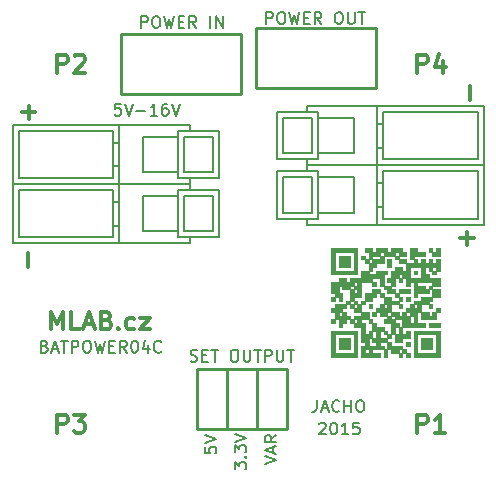
<source format=gbr>
G04 #@! TF.FileFunction,Legend,Top*
%FSLAX46Y46*%
G04 Gerber Fmt 4.6, Leading zero omitted, Abs format (unit mm)*
G04 Created by KiCad (PCBNEW 0.201503110816+5502~22~ubuntu14.10.1-product) date St 11. březen 2015, 19:54:32 CET*
%MOMM*%
G01*
G04 APERTURE LIST*
%ADD10C,0.100000*%
%ADD11C,0.300000*%
%ADD12C,0.200000*%
%ADD13C,0.254000*%
%ADD14C,0.150000*%
%ADD15C,0.304800*%
G04 APERTURE END LIST*
D10*
D11*
X39045343Y32626372D02*
X39045343Y33769229D01*
X1681943Y18503972D02*
X1681943Y19646829D01*
D12*
X26289214Y5214881D02*
X26336833Y5262500D01*
X26432071Y5310119D01*
X26670167Y5310119D01*
X26765405Y5262500D01*
X26813024Y5214881D01*
X26860643Y5119643D01*
X26860643Y5024405D01*
X26813024Y4881548D01*
X26241595Y4310119D01*
X26860643Y4310119D01*
X27479690Y5310119D02*
X27574929Y5310119D01*
X27670167Y5262500D01*
X27717786Y5214881D01*
X27765405Y5119643D01*
X27813024Y4929167D01*
X27813024Y4691071D01*
X27765405Y4500595D01*
X27717786Y4405357D01*
X27670167Y4357738D01*
X27574929Y4310119D01*
X27479690Y4310119D01*
X27384452Y4357738D01*
X27336833Y4405357D01*
X27289214Y4500595D01*
X27241595Y4691071D01*
X27241595Y4929167D01*
X27289214Y5119643D01*
X27336833Y5214881D01*
X27384452Y5262500D01*
X27479690Y5310119D01*
X28765405Y4310119D02*
X28193976Y4310119D01*
X28479690Y4310119D02*
X28479690Y5310119D01*
X28384452Y5167262D01*
X28289214Y5072024D01*
X28193976Y5024405D01*
X29670167Y5310119D02*
X29193976Y5310119D01*
X29146357Y4833929D01*
X29193976Y4881548D01*
X29289214Y4929167D01*
X29527310Y4929167D01*
X29622548Y4881548D01*
X29670167Y4833929D01*
X29717786Y4738690D01*
X29717786Y4500595D01*
X29670167Y4405357D01*
X29622548Y4357738D01*
X29527310Y4310119D01*
X29289214Y4310119D01*
X29193976Y4357738D01*
X29146357Y4405357D01*
X26106667Y7215119D02*
X26106667Y6500833D01*
X26059047Y6357976D01*
X25963809Y6262738D01*
X25820952Y6215119D01*
X25725714Y6215119D01*
X26535238Y6500833D02*
X27011429Y6500833D01*
X26440000Y6215119D02*
X26773333Y7215119D01*
X27106667Y6215119D01*
X28011429Y6310357D02*
X27963810Y6262738D01*
X27820953Y6215119D01*
X27725715Y6215119D01*
X27582857Y6262738D01*
X27487619Y6357976D01*
X27440000Y6453214D01*
X27392381Y6643690D01*
X27392381Y6786548D01*
X27440000Y6977024D01*
X27487619Y7072262D01*
X27582857Y7167500D01*
X27725715Y7215119D01*
X27820953Y7215119D01*
X27963810Y7167500D01*
X28011429Y7119881D01*
X28440000Y6215119D02*
X28440000Y7215119D01*
X28440000Y6738929D02*
X29011429Y6738929D01*
X29011429Y6215119D02*
X29011429Y7215119D01*
X29678095Y7215119D02*
X29868572Y7215119D01*
X29963810Y7167500D01*
X30059048Y7072262D01*
X30106667Y6881786D01*
X30106667Y6548452D01*
X30059048Y6357976D01*
X29963810Y6262738D01*
X29868572Y6215119D01*
X29678095Y6215119D01*
X29582857Y6262738D01*
X29487619Y6357976D01*
X29440000Y6548452D01*
X29440000Y6881786D01*
X29487619Y7072262D01*
X29582857Y7167500D01*
X29678095Y7215119D01*
X3059705Y11755429D02*
X3202562Y11707810D01*
X3250181Y11660190D01*
X3297800Y11564952D01*
X3297800Y11422095D01*
X3250181Y11326857D01*
X3202562Y11279238D01*
X3107324Y11231619D01*
X2726371Y11231619D01*
X2726371Y12231619D01*
X3059705Y12231619D01*
X3154943Y12184000D01*
X3202562Y12136381D01*
X3250181Y12041143D01*
X3250181Y11945905D01*
X3202562Y11850667D01*
X3154943Y11803048D01*
X3059705Y11755429D01*
X2726371Y11755429D01*
X3678752Y11517333D02*
X4154943Y11517333D01*
X3583514Y11231619D02*
X3916847Y12231619D01*
X4250181Y11231619D01*
X4440657Y12231619D02*
X5012086Y12231619D01*
X4726371Y11231619D02*
X4726371Y12231619D01*
X5345419Y11231619D02*
X5345419Y12231619D01*
X5726372Y12231619D01*
X5821610Y12184000D01*
X5869229Y12136381D01*
X5916848Y12041143D01*
X5916848Y11898286D01*
X5869229Y11803048D01*
X5821610Y11755429D01*
X5726372Y11707810D01*
X5345419Y11707810D01*
X6535895Y12231619D02*
X6726372Y12231619D01*
X6821610Y12184000D01*
X6916848Y12088762D01*
X6964467Y11898286D01*
X6964467Y11564952D01*
X6916848Y11374476D01*
X6821610Y11279238D01*
X6726372Y11231619D01*
X6535895Y11231619D01*
X6440657Y11279238D01*
X6345419Y11374476D01*
X6297800Y11564952D01*
X6297800Y11898286D01*
X6345419Y12088762D01*
X6440657Y12184000D01*
X6535895Y12231619D01*
X7297800Y12231619D02*
X7535895Y11231619D01*
X7726372Y11945905D01*
X7916848Y11231619D01*
X8154943Y12231619D01*
X8535895Y11755429D02*
X8869229Y11755429D01*
X9012086Y11231619D02*
X8535895Y11231619D01*
X8535895Y12231619D01*
X9012086Y12231619D01*
X10012086Y11231619D02*
X9678752Y11707810D01*
X9440657Y11231619D02*
X9440657Y12231619D01*
X9821610Y12231619D01*
X9916848Y12184000D01*
X9964467Y12136381D01*
X10012086Y12041143D01*
X10012086Y11898286D01*
X9964467Y11803048D01*
X9916848Y11755429D01*
X9821610Y11707810D01*
X9440657Y11707810D01*
X10631133Y12231619D02*
X10726372Y12231619D01*
X10821610Y12184000D01*
X10869229Y12136381D01*
X10916848Y12041143D01*
X10964467Y11850667D01*
X10964467Y11612571D01*
X10916848Y11422095D01*
X10869229Y11326857D01*
X10821610Y11279238D01*
X10726372Y11231619D01*
X10631133Y11231619D01*
X10535895Y11279238D01*
X10488276Y11326857D01*
X10440657Y11422095D01*
X10393038Y11612571D01*
X10393038Y11850667D01*
X10440657Y12041143D01*
X10488276Y12136381D01*
X10535895Y12184000D01*
X10631133Y12231619D01*
X11821610Y11898286D02*
X11821610Y11231619D01*
X11583514Y12279238D02*
X11345419Y11564952D01*
X11964467Y11564952D01*
X12916848Y11326857D02*
X12869229Y11279238D01*
X12726372Y11231619D01*
X12631134Y11231619D01*
X12488276Y11279238D01*
X12393038Y11374476D01*
X12345419Y11469714D01*
X12297800Y11660190D01*
X12297800Y11803048D01*
X12345419Y11993524D01*
X12393038Y12088762D01*
X12488276Y12184000D01*
X12631134Y12231619D01*
X12726372Y12231619D01*
X12869229Y12184000D01*
X12916848Y12136381D01*
D11*
X3589057Y13189829D02*
X3589057Y14689829D01*
X4089057Y13618400D01*
X4589057Y14689829D01*
X4589057Y13189829D01*
X6017629Y13189829D02*
X5303343Y13189829D01*
X5303343Y14689829D01*
X6446200Y13618400D02*
X7160486Y13618400D01*
X6303343Y13189829D02*
X6803343Y14689829D01*
X7303343Y13189829D01*
X8303343Y13975543D02*
X8517629Y13904114D01*
X8589057Y13832686D01*
X8660486Y13689829D01*
X8660486Y13475543D01*
X8589057Y13332686D01*
X8517629Y13261257D01*
X8374771Y13189829D01*
X7803343Y13189829D01*
X7803343Y14689829D01*
X8303343Y14689829D01*
X8446200Y14618400D01*
X8517629Y14546971D01*
X8589057Y14404114D01*
X8589057Y14261257D01*
X8517629Y14118400D01*
X8446200Y14046971D01*
X8303343Y13975543D01*
X7803343Y13975543D01*
X9303343Y13332686D02*
X9374771Y13261257D01*
X9303343Y13189829D01*
X9231914Y13261257D01*
X9303343Y13332686D01*
X9303343Y13189829D01*
X10660486Y13261257D02*
X10517629Y13189829D01*
X10231915Y13189829D01*
X10089057Y13261257D01*
X10017629Y13332686D01*
X9946200Y13475543D01*
X9946200Y13904114D01*
X10017629Y14046971D01*
X10089057Y14118400D01*
X10231915Y14189829D01*
X10517629Y14189829D01*
X10660486Y14118400D01*
X11160486Y14189829D02*
X11946200Y14189829D01*
X11160486Y13189829D01*
X11946200Y13189829D01*
D12*
X9493524Y32297619D02*
X9017333Y32297619D01*
X8969714Y31821429D01*
X9017333Y31869048D01*
X9112571Y31916667D01*
X9350667Y31916667D01*
X9445905Y31869048D01*
X9493524Y31821429D01*
X9541143Y31726190D01*
X9541143Y31488095D01*
X9493524Y31392857D01*
X9445905Y31345238D01*
X9350667Y31297619D01*
X9112571Y31297619D01*
X9017333Y31345238D01*
X8969714Y31392857D01*
X9826857Y32297619D02*
X10160190Y31297619D01*
X10493524Y32297619D01*
X10826857Y31678571D02*
X11588762Y31678571D01*
X12588762Y31297619D02*
X12017333Y31297619D01*
X12303047Y31297619D02*
X12303047Y32297619D01*
X12207809Y32154762D01*
X12112571Y32059524D01*
X12017333Y32011905D01*
X13445905Y32297619D02*
X13255428Y32297619D01*
X13160190Y32250000D01*
X13112571Y32202381D01*
X13017333Y32059524D01*
X12969714Y31869048D01*
X12969714Y31488095D01*
X13017333Y31392857D01*
X13064952Y31345238D01*
X13160190Y31297619D01*
X13350667Y31297619D01*
X13445905Y31345238D01*
X13493524Y31392857D01*
X13541143Y31488095D01*
X13541143Y31726190D01*
X13493524Y31821429D01*
X13445905Y31869048D01*
X13350667Y31916667D01*
X13160190Y31916667D01*
X13064952Y31869048D01*
X13017333Y31821429D01*
X12969714Y31726190D01*
X13826857Y32297619D02*
X14160190Y31297619D01*
X14493524Y32297619D01*
X21677381Y1825952D02*
X22677381Y2159285D01*
X21677381Y2492619D01*
X22391667Y2778333D02*
X22391667Y3254524D01*
X22677381Y2683095D02*
X21677381Y3016428D01*
X22677381Y3349762D01*
X22677381Y4254524D02*
X22201190Y3921190D01*
X22677381Y3683095D02*
X21677381Y3683095D01*
X21677381Y4064048D01*
X21725000Y4159286D01*
X21772619Y4206905D01*
X21867857Y4254524D01*
X22010714Y4254524D01*
X22105952Y4206905D01*
X22153571Y4159286D01*
X22201190Y4064048D01*
X22201190Y3683095D01*
X19137381Y1349762D02*
X19137381Y1968810D01*
X19518333Y1635476D01*
X19518333Y1778334D01*
X19565952Y1873572D01*
X19613571Y1921191D01*
X19708810Y1968810D01*
X19946905Y1968810D01*
X20042143Y1921191D01*
X20089762Y1873572D01*
X20137381Y1778334D01*
X20137381Y1492619D01*
X20089762Y1397381D01*
X20042143Y1349762D01*
X20042143Y2397381D02*
X20089762Y2445000D01*
X20137381Y2397381D01*
X20089762Y2349762D01*
X20042143Y2397381D01*
X20137381Y2397381D01*
X19137381Y2778333D02*
X19137381Y3397381D01*
X19518333Y3064047D01*
X19518333Y3206905D01*
X19565952Y3302143D01*
X19613571Y3349762D01*
X19708810Y3397381D01*
X19946905Y3397381D01*
X20042143Y3349762D01*
X20089762Y3302143D01*
X20137381Y3206905D01*
X20137381Y2921190D01*
X20089762Y2825952D01*
X20042143Y2778333D01*
X19137381Y3683095D02*
X20137381Y4016428D01*
X19137381Y4349762D01*
X16597381Y3222762D02*
X16597381Y2746571D01*
X17073571Y2698952D01*
X17025952Y2746571D01*
X16978333Y2841809D01*
X16978333Y3079905D01*
X17025952Y3175143D01*
X17073571Y3222762D01*
X17168810Y3270381D01*
X17406905Y3270381D01*
X17502143Y3222762D01*
X17549762Y3175143D01*
X17597381Y3079905D01*
X17597381Y2841809D01*
X17549762Y2746571D01*
X17502143Y2698952D01*
X16597381Y3556095D02*
X17597381Y3889428D01*
X16597381Y4222762D01*
X15415166Y10517238D02*
X15558023Y10469619D01*
X15796119Y10469619D01*
X15891357Y10517238D01*
X15938976Y10564857D01*
X15986595Y10660095D01*
X15986595Y10755333D01*
X15938976Y10850571D01*
X15891357Y10898190D01*
X15796119Y10945810D01*
X15605642Y10993429D01*
X15510404Y11041048D01*
X15462785Y11088667D01*
X15415166Y11183905D01*
X15415166Y11279143D01*
X15462785Y11374381D01*
X15510404Y11422000D01*
X15605642Y11469619D01*
X15843738Y11469619D01*
X15986595Y11422000D01*
X16415166Y10993429D02*
X16748500Y10993429D01*
X16891357Y10469619D02*
X16415166Y10469619D01*
X16415166Y11469619D01*
X16891357Y11469619D01*
X17177071Y11469619D02*
X17748500Y11469619D01*
X17462785Y10469619D02*
X17462785Y11469619D01*
X19034214Y11469619D02*
X19224691Y11469619D01*
X19319929Y11422000D01*
X19415167Y11326762D01*
X19462786Y11136286D01*
X19462786Y10802952D01*
X19415167Y10612476D01*
X19319929Y10517238D01*
X19224691Y10469619D01*
X19034214Y10469619D01*
X18938976Y10517238D01*
X18843738Y10612476D01*
X18796119Y10802952D01*
X18796119Y11136286D01*
X18843738Y11326762D01*
X18938976Y11422000D01*
X19034214Y11469619D01*
X19891357Y11469619D02*
X19891357Y10660095D01*
X19938976Y10564857D01*
X19986595Y10517238D01*
X20081833Y10469619D01*
X20272310Y10469619D01*
X20367548Y10517238D01*
X20415167Y10564857D01*
X20462786Y10660095D01*
X20462786Y11469619D01*
X20796119Y11469619D02*
X21367548Y11469619D01*
X21081833Y10469619D02*
X21081833Y11469619D01*
X21700881Y10469619D02*
X21700881Y11469619D01*
X22081834Y11469619D01*
X22177072Y11422000D01*
X22224691Y11374381D01*
X22272310Y11279143D01*
X22272310Y11136286D01*
X22224691Y11041048D01*
X22177072Y10993429D01*
X22081834Y10945810D01*
X21700881Y10945810D01*
X22700881Y11469619D02*
X22700881Y10660095D01*
X22748500Y10564857D01*
X22796119Y10517238D01*
X22891357Y10469619D01*
X23081834Y10469619D01*
X23177072Y10517238D01*
X23224691Y10564857D01*
X23272310Y10660095D01*
X23272310Y11469619D01*
X23605643Y11469619D02*
X24177072Y11469619D01*
X23891357Y10469619D02*
X23891357Y11469619D01*
D11*
X38239772Y20898657D02*
X39382629Y20898657D01*
X38811200Y20327229D02*
X38811200Y21470086D01*
X1130372Y31566657D02*
X2273229Y31566657D01*
X1701800Y30995229D02*
X1701800Y32138086D01*
D12*
X21814352Y39070019D02*
X21814352Y40070019D01*
X22195305Y40070019D01*
X22290543Y40022400D01*
X22338162Y39974781D01*
X22385781Y39879543D01*
X22385781Y39736686D01*
X22338162Y39641448D01*
X22290543Y39593829D01*
X22195305Y39546210D01*
X21814352Y39546210D01*
X23004828Y40070019D02*
X23195305Y40070019D01*
X23290543Y40022400D01*
X23385781Y39927162D01*
X23433400Y39736686D01*
X23433400Y39403352D01*
X23385781Y39212876D01*
X23290543Y39117638D01*
X23195305Y39070019D01*
X23004828Y39070019D01*
X22909590Y39117638D01*
X22814352Y39212876D01*
X22766733Y39403352D01*
X22766733Y39736686D01*
X22814352Y39927162D01*
X22909590Y40022400D01*
X23004828Y40070019D01*
X23766733Y40070019D02*
X24004828Y39070019D01*
X24195305Y39784305D01*
X24385781Y39070019D01*
X24623876Y40070019D01*
X25004828Y39593829D02*
X25338162Y39593829D01*
X25481019Y39070019D02*
X25004828Y39070019D01*
X25004828Y40070019D01*
X25481019Y40070019D01*
X26481019Y39070019D02*
X26147685Y39546210D01*
X25909590Y39070019D02*
X25909590Y40070019D01*
X26290543Y40070019D01*
X26385781Y40022400D01*
X26433400Y39974781D01*
X26481019Y39879543D01*
X26481019Y39736686D01*
X26433400Y39641448D01*
X26385781Y39593829D01*
X26290543Y39546210D01*
X25909590Y39546210D01*
X27861971Y40070019D02*
X28052448Y40070019D01*
X28147686Y40022400D01*
X28242924Y39927162D01*
X28290543Y39736686D01*
X28290543Y39403352D01*
X28242924Y39212876D01*
X28147686Y39117638D01*
X28052448Y39070019D01*
X27861971Y39070019D01*
X27766733Y39117638D01*
X27671495Y39212876D01*
X27623876Y39403352D01*
X27623876Y39736686D01*
X27671495Y39927162D01*
X27766733Y40022400D01*
X27861971Y40070019D01*
X28719114Y40070019D02*
X28719114Y39260495D01*
X28766733Y39165257D01*
X28814352Y39117638D01*
X28909590Y39070019D01*
X29100067Y39070019D01*
X29195305Y39117638D01*
X29242924Y39165257D01*
X29290543Y39260495D01*
X29290543Y40070019D01*
X29623876Y40070019D02*
X30195305Y40070019D01*
X29909590Y39070019D02*
X29909590Y40070019D01*
X11216119Y38727119D02*
X11216119Y39727119D01*
X11597072Y39727119D01*
X11692310Y39679500D01*
X11739929Y39631881D01*
X11787548Y39536643D01*
X11787548Y39393786D01*
X11739929Y39298548D01*
X11692310Y39250929D01*
X11597072Y39203310D01*
X11216119Y39203310D01*
X12406595Y39727119D02*
X12597072Y39727119D01*
X12692310Y39679500D01*
X12787548Y39584262D01*
X12835167Y39393786D01*
X12835167Y39060452D01*
X12787548Y38869976D01*
X12692310Y38774738D01*
X12597072Y38727119D01*
X12406595Y38727119D01*
X12311357Y38774738D01*
X12216119Y38869976D01*
X12168500Y39060452D01*
X12168500Y39393786D01*
X12216119Y39584262D01*
X12311357Y39679500D01*
X12406595Y39727119D01*
X13168500Y39727119D02*
X13406595Y38727119D01*
X13597072Y39441405D01*
X13787548Y38727119D01*
X14025643Y39727119D01*
X14406595Y39250929D02*
X14739929Y39250929D01*
X14882786Y38727119D02*
X14406595Y38727119D01*
X14406595Y39727119D01*
X14882786Y39727119D01*
X15882786Y38727119D02*
X15549452Y39203310D01*
X15311357Y38727119D02*
X15311357Y39727119D01*
X15692310Y39727119D01*
X15787548Y39679500D01*
X15835167Y39631881D01*
X15882786Y39536643D01*
X15882786Y39393786D01*
X15835167Y39298548D01*
X15787548Y39250929D01*
X15692310Y39203310D01*
X15311357Y39203310D01*
X17073262Y38727119D02*
X17073262Y39727119D01*
X17549452Y38727119D02*
X17549452Y39727119D01*
X18120881Y38727119D01*
X18120881Y39727119D01*
D13*
X14605000Y38227000D02*
X17145000Y38227000D01*
X14605000Y33147000D02*
X17145000Y33147000D01*
X14605000Y33147000D02*
X17145000Y33147000D01*
X14605000Y38227000D02*
X17145000Y38227000D01*
X19685000Y33147000D02*
X19685000Y38227000D01*
X17145000Y38227000D02*
X19685000Y38227000D01*
X17145000Y33147000D02*
X19685000Y33147000D01*
X17145000Y33147000D02*
X19685000Y33147000D01*
X17145000Y38227000D02*
X19685000Y38227000D01*
X9525000Y33147000D02*
X17145000Y33147000D01*
X19685000Y33147000D02*
X19685000Y38227000D01*
X17145000Y38227000D02*
X12065000Y38227000D01*
X9525000Y33147000D02*
X9525000Y35687000D01*
X9525000Y38227000D02*
X9525000Y35687000D01*
X12065000Y38227000D02*
X9525000Y38227000D01*
X21018500Y4762500D02*
X21018500Y7302500D01*
X23558500Y7302500D02*
X23558500Y9842500D01*
X23558500Y9842500D02*
X21018500Y9842500D01*
X21018500Y7302500D02*
X21018500Y9842500D01*
X21018500Y4762500D02*
X23558500Y4762500D01*
X23558500Y4762500D02*
X23558500Y7302500D01*
X18478500Y4762500D02*
X18478500Y7302500D01*
X21018500Y7302500D02*
X21018500Y9842500D01*
X21018500Y9842500D02*
X18478500Y9842500D01*
X18478500Y7302500D02*
X18478500Y9842500D01*
X18478500Y4762500D02*
X21018500Y4762500D01*
X21018500Y4762500D02*
X21018500Y7302500D01*
X15938500Y4762500D02*
X15938500Y7302500D01*
X18478500Y7302500D02*
X18478500Y9842500D01*
X18478500Y9842500D02*
X15938500Y9842500D01*
X15938500Y7302500D02*
X15938500Y9842500D01*
X15938500Y4762500D02*
X18478500Y4762500D01*
X18478500Y4762500D02*
X18478500Y7302500D01*
X26035000Y33647000D02*
X23495000Y33647000D01*
X26035000Y38727000D02*
X23495000Y38727000D01*
X26035000Y38727000D02*
X23495000Y38727000D01*
X26035000Y33647000D02*
X23495000Y33647000D01*
X20955000Y38727000D02*
X20955000Y33647000D01*
X23495000Y33647000D02*
X20955000Y33647000D01*
X23495000Y38727000D02*
X20955000Y38727000D01*
X23495000Y38727000D02*
X20955000Y38727000D01*
X23495000Y33647000D02*
X20955000Y33647000D01*
X31115000Y38727000D02*
X23495000Y38727000D01*
X20955000Y38727000D02*
X20955000Y33647000D01*
X23495000Y33647000D02*
X28575000Y33647000D01*
X31115000Y38727000D02*
X31115000Y36187000D01*
X31115000Y33647000D02*
X31115000Y36187000D01*
X28575000Y33647000D02*
X31115000Y33647000D01*
D14*
X25226000Y32091000D02*
X25226000Y31591000D01*
X25226000Y27591000D02*
X25226000Y27091000D01*
X31226000Y32091100D02*
X31226000Y27090900D01*
X40226000Y32091100D02*
X40226000Y27090900D01*
X23226000Y31092000D02*
X23226000Y28090000D01*
X25725900Y31092000D02*
X25725900Y28090000D01*
X22725900Y27591000D02*
X22725900Y31591000D01*
X26226000Y27591000D02*
X26226000Y31591000D01*
X29226000Y31091100D02*
X29226000Y28090900D01*
X31726100Y27591000D02*
X31726100Y31591000D01*
X39726100Y31591000D02*
X39726100Y27591000D01*
X31726100Y30591000D02*
X31226000Y30591000D01*
X25725900Y31091000D02*
X23226000Y31091000D01*
X26226000Y31591000D02*
X22725900Y31591000D01*
X31726100Y28591000D02*
X31226000Y28591000D01*
X25725900Y28091000D02*
X23226000Y28091000D01*
X26226000Y27591000D02*
X22725000Y27591000D01*
X29226000Y31091000D02*
X26226000Y31091000D01*
X39726100Y31591000D02*
X31726100Y31591000D01*
X31226000Y32091000D02*
X25226000Y32091000D01*
X29226000Y28091000D02*
X26226000Y28091000D01*
X39726100Y27591000D02*
X31726100Y27591000D01*
X31226000Y27091000D02*
X25226000Y27091000D01*
X31226000Y32091000D02*
X40226000Y32091000D01*
X40226000Y27091000D02*
X31226000Y27091000D01*
X25226000Y27074500D02*
X25226000Y26574500D01*
X25226000Y22574500D02*
X25226000Y22074500D01*
X31226000Y27074600D02*
X31226000Y22074400D01*
X40226000Y27074600D02*
X40226000Y22074400D01*
X23226000Y26075500D02*
X23226000Y23073500D01*
X25725900Y26075500D02*
X25725900Y23073500D01*
X22725900Y22574500D02*
X22725900Y26574500D01*
X26226000Y22574500D02*
X26226000Y26574500D01*
X29226000Y26074600D02*
X29226000Y23074400D01*
X31726100Y22574500D02*
X31726100Y26574500D01*
X39726100Y26574500D02*
X39726100Y22574500D01*
X31726100Y25574500D02*
X31226000Y25574500D01*
X25725900Y26074500D02*
X23226000Y26074500D01*
X26226000Y26574500D02*
X22725900Y26574500D01*
X31726100Y23574500D02*
X31226000Y23574500D01*
X25725900Y23074500D02*
X23226000Y23074500D01*
X26226000Y22574500D02*
X22725000Y22574500D01*
X29226000Y26074500D02*
X26226000Y26074500D01*
X39726100Y26574500D02*
X31726100Y26574500D01*
X31226000Y27074500D02*
X25226000Y27074500D01*
X29226000Y23074500D02*
X26226000Y23074500D01*
X39726100Y22574500D02*
X31726100Y22574500D01*
X31226000Y22074500D02*
X25226000Y22074500D01*
X31226000Y27074500D02*
X40226000Y27074500D01*
X40226000Y22074500D02*
X31226000Y22074500D01*
X15350500Y25503500D02*
X15350500Y26003500D01*
X15350500Y30003500D02*
X15350500Y30503500D01*
X9350500Y25503400D02*
X9350500Y30503600D01*
X350500Y25503400D02*
X350500Y30503600D01*
X17350500Y26502500D02*
X17350500Y29504500D01*
X14850600Y26502500D02*
X14850600Y29504500D01*
X17850600Y30003500D02*
X17850600Y26003500D01*
X14350500Y30003500D02*
X14350500Y26003500D01*
X11350500Y26503400D02*
X11350500Y29503600D01*
X8850400Y30003500D02*
X8850400Y26003500D01*
X850400Y26003500D02*
X850400Y30003500D01*
X8850400Y27003500D02*
X9350500Y27003500D01*
X14850600Y26503500D02*
X17350500Y26503500D01*
X14350500Y26003500D02*
X17850600Y26003500D01*
X8850400Y29003500D02*
X9350500Y29003500D01*
X14850600Y29503500D02*
X17350500Y29503500D01*
X14350500Y30003500D02*
X17851500Y30003500D01*
X11350500Y26503500D02*
X14350500Y26503500D01*
X850400Y26003500D02*
X8850400Y26003500D01*
X9350500Y25503500D02*
X15350500Y25503500D01*
X11350500Y29503500D02*
X14350500Y29503500D01*
X850400Y30003500D02*
X8850400Y30003500D01*
X9350500Y30503500D02*
X15350500Y30503500D01*
X9350500Y25503500D02*
X350500Y25503500D01*
X350500Y30503500D02*
X9350500Y30503500D01*
X15350500Y20487000D02*
X15350500Y20987000D01*
X15350500Y24987000D02*
X15350500Y25487000D01*
X9350500Y20486900D02*
X9350500Y25487100D01*
X350500Y20486900D02*
X350500Y25487100D01*
X17350500Y21486000D02*
X17350500Y24488000D01*
X14850600Y21486000D02*
X14850600Y24488000D01*
X17850600Y24987000D02*
X17850600Y20987000D01*
X14350500Y24987000D02*
X14350500Y20987000D01*
X11350500Y21486900D02*
X11350500Y24487100D01*
X8850400Y24987000D02*
X8850400Y20987000D01*
X850400Y20987000D02*
X850400Y24987000D01*
X8850400Y21987000D02*
X9350500Y21987000D01*
X14850600Y21487000D02*
X17350500Y21487000D01*
X14350500Y20987000D02*
X17850600Y20987000D01*
X8850400Y23987000D02*
X9350500Y23987000D01*
X14850600Y24487000D02*
X17350500Y24487000D01*
X14350500Y24987000D02*
X17851500Y24987000D01*
X11350500Y21487000D02*
X14350500Y21487000D01*
X850400Y20987000D02*
X8850400Y20987000D01*
X9350500Y20487000D02*
X15350500Y20487000D01*
X11350500Y24487000D02*
X14350500Y24487000D01*
X850400Y24987000D02*
X8850400Y24987000D01*
X9350500Y25487000D02*
X15350500Y25487000D01*
X9350500Y20487000D02*
X350500Y20487000D01*
X350500Y25487000D02*
X9350500Y25487000D01*
D10*
G36*
X36516734Y13097934D02*
X36516734Y12780434D01*
X36199234Y12780434D01*
X35405484Y12780434D01*
X34611734Y12780434D01*
X34611734Y11986684D01*
X34611734Y11192934D01*
X35405484Y11192934D01*
X36199234Y11192934D01*
X36199234Y11986684D01*
X36199234Y12780434D01*
X36516734Y12780434D01*
X36516734Y11986684D01*
X36516734Y10875434D01*
X35405484Y10875434D01*
X34294234Y10875434D01*
X34294234Y11986684D01*
X34294234Y13097934D01*
X35405484Y13097934D01*
X36516734Y13097934D01*
X36516734Y13097934D01*
X36516734Y13097934D01*
G37*
X36516734Y13097934D02*
X36516734Y12780434D01*
X36199234Y12780434D01*
X35405484Y12780434D01*
X34611734Y12780434D01*
X34611734Y11986684D01*
X34611734Y11192934D01*
X35405484Y11192934D01*
X36199234Y11192934D01*
X36199234Y11986684D01*
X36199234Y12780434D01*
X36516734Y12780434D01*
X36516734Y11986684D01*
X36516734Y10875434D01*
X35405484Y10875434D01*
X34294234Y10875434D01*
X34294234Y11986684D01*
X34294234Y13097934D01*
X35405484Y13097934D01*
X36516734Y13097934D01*
X36516734Y13097934D01*
G36*
X36516734Y13732934D02*
X36516734Y13574184D01*
X36516734Y13415434D01*
X36040484Y13415434D01*
X35564234Y13415434D01*
X35564234Y13574184D01*
X35564234Y13732934D01*
X36040484Y13732934D01*
X36516734Y13732934D01*
X36516734Y13732934D01*
X36516734Y13732934D01*
G37*
X36516734Y13732934D02*
X36516734Y13574184D01*
X36516734Y13415434D01*
X36040484Y13415434D01*
X35564234Y13415434D01*
X35564234Y13574184D01*
X35564234Y13732934D01*
X36040484Y13732934D01*
X36516734Y13732934D01*
X36516734Y13732934D01*
G36*
X33341734Y11192934D02*
X33341734Y11034184D01*
X33341734Y10875434D01*
X33182984Y10875434D01*
X33024234Y10875434D01*
X33024234Y11034184D01*
X33024234Y11192934D01*
X33182984Y11192934D01*
X33341734Y11192934D01*
X33341734Y11192934D01*
X33341734Y11192934D01*
G37*
X33341734Y11192934D02*
X33341734Y11034184D01*
X33341734Y10875434D01*
X33182984Y10875434D01*
X33024234Y10875434D01*
X33024234Y11034184D01*
X33024234Y11192934D01*
X33182984Y11192934D01*
X33341734Y11192934D01*
X33341734Y11192934D01*
G36*
X33976734Y11192934D02*
X33976734Y11034184D01*
X33976734Y10875434D01*
X33817984Y10875434D01*
X33659234Y10875434D01*
X33659234Y11034184D01*
X33659234Y11192934D01*
X33817984Y11192934D01*
X33976734Y11192934D01*
X33976734Y11192934D01*
X33976734Y11192934D01*
G37*
X33976734Y11192934D02*
X33976734Y11034184D01*
X33976734Y10875434D01*
X33817984Y10875434D01*
X33659234Y10875434D01*
X33659234Y11034184D01*
X33659234Y11192934D01*
X33817984Y11192934D01*
X33976734Y11192934D01*
X33976734Y11192934D01*
G36*
X32071734Y11510434D02*
X32071734Y11192934D01*
X32071734Y10875434D01*
X31912984Y10875434D01*
X31754234Y10875434D01*
X31754234Y11192934D01*
X31754234Y11510434D01*
X31912984Y11510434D01*
X32071734Y11510434D01*
X32071734Y11510434D01*
X32071734Y11510434D01*
G37*
X32071734Y11510434D02*
X32071734Y11192934D01*
X32071734Y10875434D01*
X31912984Y10875434D01*
X31754234Y10875434D01*
X31754234Y11192934D01*
X31754234Y11510434D01*
X31912984Y11510434D01*
X32071734Y11510434D01*
X32071734Y11510434D01*
G36*
X33659234Y11510434D02*
X33659234Y11351684D01*
X33659234Y11192934D01*
X33500484Y11192934D01*
X33341734Y11192934D01*
X33341734Y11351684D01*
X33341734Y11510434D01*
X33500484Y11510434D01*
X33659234Y11510434D01*
X33659234Y11510434D01*
X33659234Y11510434D01*
G37*
X33659234Y11510434D02*
X33659234Y11351684D01*
X33659234Y11192934D01*
X33500484Y11192934D01*
X33341734Y11192934D01*
X33341734Y11351684D01*
X33341734Y11510434D01*
X33500484Y11510434D01*
X33659234Y11510434D01*
X33659234Y11510434D01*
G36*
X32389234Y12145434D02*
X32389234Y11986684D01*
X32389234Y11827934D01*
X32865484Y11827934D01*
X33341734Y11827934D01*
X33341734Y11669184D01*
X33341734Y11510434D01*
X33182984Y11510434D01*
X33024234Y11510434D01*
X33024234Y11351684D01*
X33024234Y11192934D01*
X32706734Y11192934D01*
X32389234Y11192934D01*
X32389234Y11351684D01*
X32389234Y11510434D01*
X32230484Y11510434D01*
X32071734Y11510434D01*
X32071734Y11827934D01*
X32071734Y12145434D01*
X32230484Y12145434D01*
X32389234Y12145434D01*
X32389234Y12145434D01*
X32389234Y12145434D01*
G37*
X32389234Y12145434D02*
X32389234Y11986684D01*
X32389234Y11827934D01*
X32865484Y11827934D01*
X33341734Y11827934D01*
X33341734Y11669184D01*
X33341734Y11510434D01*
X33182984Y11510434D01*
X33024234Y11510434D01*
X33024234Y11351684D01*
X33024234Y11192934D01*
X32706734Y11192934D01*
X32389234Y11192934D01*
X32389234Y11351684D01*
X32389234Y11510434D01*
X32230484Y11510434D01*
X32071734Y11510434D01*
X32071734Y11827934D01*
X32071734Y12145434D01*
X32230484Y12145434D01*
X32389234Y12145434D01*
X32389234Y12145434D01*
G36*
X32389234Y12780434D02*
X32389234Y12621684D01*
X32389234Y12462934D01*
X32230484Y12462934D01*
X32071734Y12462934D01*
X32071734Y12621684D01*
X32071734Y12780434D01*
X32230484Y12780434D01*
X32389234Y12780434D01*
X32389234Y12780434D01*
X32389234Y12780434D01*
G37*
X32389234Y12780434D02*
X32389234Y12621684D01*
X32389234Y12462934D01*
X32230484Y12462934D01*
X32071734Y12462934D01*
X32071734Y12621684D01*
X32071734Y12780434D01*
X32230484Y12780434D01*
X32389234Y12780434D01*
X32389234Y12780434D01*
G36*
X33341734Y13415434D02*
X33341734Y13097934D01*
X33341734Y12780434D01*
X33500484Y12780434D01*
X33659234Y12780434D01*
X33659234Y12939184D01*
X33659234Y13097934D01*
X33817984Y13097934D01*
X33976734Y13097934D01*
X33976734Y12780434D01*
X33976734Y12462934D01*
X33659234Y12462934D01*
X33341734Y12462934D01*
X33341734Y12304184D01*
X33341734Y12145434D01*
X33024234Y12145434D01*
X32706734Y12145434D01*
X32706734Y12462934D01*
X32706734Y12780434D01*
X32865484Y12780434D01*
X33024234Y12780434D01*
X33024234Y13097934D01*
X33024234Y13415434D01*
X33182984Y13415434D01*
X33341734Y13415434D01*
X33341734Y13415434D01*
X33341734Y13415434D01*
G37*
X33341734Y13415434D02*
X33341734Y13097934D01*
X33341734Y12780434D01*
X33500484Y12780434D01*
X33659234Y12780434D01*
X33659234Y12939184D01*
X33659234Y13097934D01*
X33817984Y13097934D01*
X33976734Y13097934D01*
X33976734Y12780434D01*
X33976734Y12462934D01*
X33659234Y12462934D01*
X33341734Y12462934D01*
X33341734Y12304184D01*
X33341734Y12145434D01*
X33024234Y12145434D01*
X32706734Y12145434D01*
X32706734Y12462934D01*
X32706734Y12780434D01*
X32865484Y12780434D01*
X33024234Y12780434D01*
X33024234Y13097934D01*
X33024234Y13415434D01*
X33182984Y13415434D01*
X33341734Y13415434D01*
X33341734Y13415434D01*
G36*
X27626734Y14050434D02*
X27626734Y13891684D01*
X27626734Y13732934D01*
X27467984Y13732934D01*
X27309234Y13732934D01*
X27309234Y13891684D01*
X27309234Y14050434D01*
X27467984Y14050434D01*
X27626734Y14050434D01*
X27626734Y14050434D01*
X27626734Y14050434D01*
G37*
X27626734Y14050434D02*
X27626734Y13891684D01*
X27626734Y13732934D01*
X27467984Y13732934D01*
X27309234Y13732934D01*
X27309234Y13891684D01*
X27309234Y14050434D01*
X27467984Y14050434D01*
X27626734Y14050434D01*
X27626734Y14050434D01*
G36*
X29214234Y14050434D02*
X29214234Y13891684D01*
X29214234Y13732934D01*
X29055484Y13732934D01*
X28896734Y13732934D01*
X28896734Y13891684D01*
X28896734Y14050434D01*
X29055484Y14050434D01*
X29214234Y14050434D01*
X29214234Y14050434D01*
X29214234Y14050434D01*
G37*
X29214234Y14050434D02*
X29214234Y13891684D01*
X29214234Y13732934D01*
X29055484Y13732934D01*
X28896734Y13732934D01*
X28896734Y13891684D01*
X28896734Y14050434D01*
X29055484Y14050434D01*
X29214234Y14050434D01*
X29214234Y14050434D01*
G36*
X32389234Y14367934D02*
X32389234Y14209184D01*
X32389234Y14050434D01*
X32547984Y14050434D01*
X32706734Y14050434D01*
X32706734Y13891684D01*
X32706734Y13732934D01*
X32865484Y13732934D01*
X33024234Y13732934D01*
X33024234Y13574184D01*
X33024234Y13415434D01*
X32865484Y13415434D01*
X32706734Y13415434D01*
X32706734Y13097934D01*
X32706734Y12780434D01*
X32547984Y12780434D01*
X32389234Y12780434D01*
X32389234Y13256684D01*
X32389234Y13732934D01*
X32071734Y13732934D01*
X31754234Y13732934D01*
X31754234Y13891684D01*
X31754234Y14050434D01*
X31912984Y14050434D01*
X32071734Y14050434D01*
X32071734Y14209184D01*
X32071734Y14367934D01*
X32230484Y14367934D01*
X32389234Y14367934D01*
X32389234Y14367934D01*
X32389234Y14367934D01*
G37*
X32389234Y14367934D02*
X32389234Y14209184D01*
X32389234Y14050434D01*
X32547984Y14050434D01*
X32706734Y14050434D01*
X32706734Y13891684D01*
X32706734Y13732934D01*
X32865484Y13732934D01*
X33024234Y13732934D01*
X33024234Y13574184D01*
X33024234Y13415434D01*
X32865484Y13415434D01*
X32706734Y13415434D01*
X32706734Y13097934D01*
X32706734Y12780434D01*
X32547984Y12780434D01*
X32389234Y12780434D01*
X32389234Y13256684D01*
X32389234Y13732934D01*
X32071734Y13732934D01*
X31754234Y13732934D01*
X31754234Y13891684D01*
X31754234Y14050434D01*
X31912984Y14050434D01*
X32071734Y14050434D01*
X32071734Y14209184D01*
X32071734Y14367934D01*
X32230484Y14367934D01*
X32389234Y14367934D01*
X32389234Y14367934D01*
G36*
X30484234Y14685434D02*
X30484234Y14367934D01*
X30484234Y14050434D01*
X30166734Y14050434D01*
X29849234Y14050434D01*
X29849234Y13891684D01*
X29849234Y13732934D01*
X30007984Y13732934D01*
X30166734Y13732934D01*
X30166734Y13256684D01*
X30166734Y12780434D01*
X30325484Y12780434D01*
X30484234Y12780434D01*
X30484234Y12939184D01*
X30484234Y13097934D01*
X30642984Y13097934D01*
X30801734Y13097934D01*
X30801734Y12780434D01*
X30801734Y12462934D01*
X30642984Y12462934D01*
X30484234Y12462934D01*
X30484234Y12145434D01*
X30484234Y11827934D01*
X30801734Y11827934D01*
X31119234Y11827934D01*
X31119234Y11986684D01*
X31119234Y12145434D01*
X30960484Y12145434D01*
X30801734Y12145434D01*
X30801734Y12304184D01*
X30801734Y12462934D01*
X30960484Y12462934D01*
X31119234Y12462934D01*
X31119234Y12780434D01*
X31119234Y13097934D01*
X30960484Y13097934D01*
X30801734Y13097934D01*
X30801734Y13415434D01*
X30801734Y13732934D01*
X30960484Y13732934D01*
X31119234Y13732934D01*
X31119234Y13574184D01*
X31119234Y13415434D01*
X31436734Y13415434D01*
X31754234Y13415434D01*
X31754234Y13256684D01*
X31754234Y13097934D01*
X31595484Y13097934D01*
X31436734Y13097934D01*
X31436734Y12780434D01*
X31436734Y12462934D01*
X31754234Y12462934D01*
X32071734Y12462934D01*
X32071734Y12304184D01*
X32071734Y12145434D01*
X31754234Y12145434D01*
X31436734Y12145434D01*
X31436734Y11986684D01*
X31436734Y11827934D01*
X31595484Y11827934D01*
X31754234Y11827934D01*
X31754234Y11669184D01*
X31754234Y11510434D01*
X31277984Y11510434D01*
X30801734Y11510434D01*
X30484234Y11510434D01*
X30325484Y11510434D01*
X30166734Y11510434D01*
X30166734Y11351684D01*
X30166734Y11192934D01*
X30325484Y11192934D01*
X30484234Y11192934D01*
X30484234Y11351684D01*
X30484234Y11510434D01*
X30801734Y11510434D01*
X30801734Y11351684D01*
X30801734Y11192934D01*
X31119234Y11192934D01*
X31436734Y11192934D01*
X31436734Y11034184D01*
X31436734Y10875434D01*
X30642984Y10875434D01*
X29849234Y10875434D01*
X29849234Y11351684D01*
X29849234Y11827934D01*
X30007984Y11827934D01*
X30166734Y11827934D01*
X30166734Y11986684D01*
X30166734Y12145434D01*
X30007984Y12145434D01*
X29849234Y12145434D01*
X29849234Y12780434D01*
X29849234Y13415434D01*
X29531734Y13415434D01*
X29214234Y13415434D01*
X29214234Y13574184D01*
X29214234Y13732934D01*
X29372984Y13732934D01*
X29531734Y13732934D01*
X29531734Y13891684D01*
X29531734Y14050434D01*
X29372984Y14050434D01*
X29214234Y14050434D01*
X29214234Y14209184D01*
X29214234Y14367934D01*
X29531734Y14367934D01*
X29849234Y14367934D01*
X29849234Y14526684D01*
X29849234Y14685434D01*
X30166734Y14685434D01*
X30484234Y14685434D01*
X30484234Y14685434D01*
X30484234Y14685434D01*
G37*
X30484234Y14685434D02*
X30484234Y14367934D01*
X30484234Y14050434D01*
X30166734Y14050434D01*
X29849234Y14050434D01*
X29849234Y13891684D01*
X29849234Y13732934D01*
X30007984Y13732934D01*
X30166734Y13732934D01*
X30166734Y13256684D01*
X30166734Y12780434D01*
X30325484Y12780434D01*
X30484234Y12780434D01*
X30484234Y12939184D01*
X30484234Y13097934D01*
X30642984Y13097934D01*
X30801734Y13097934D01*
X30801734Y12780434D01*
X30801734Y12462934D01*
X30642984Y12462934D01*
X30484234Y12462934D01*
X30484234Y12145434D01*
X30484234Y11827934D01*
X30801734Y11827934D01*
X31119234Y11827934D01*
X31119234Y11986684D01*
X31119234Y12145434D01*
X30960484Y12145434D01*
X30801734Y12145434D01*
X30801734Y12304184D01*
X30801734Y12462934D01*
X30960484Y12462934D01*
X31119234Y12462934D01*
X31119234Y12780434D01*
X31119234Y13097934D01*
X30960484Y13097934D01*
X30801734Y13097934D01*
X30801734Y13415434D01*
X30801734Y13732934D01*
X30960484Y13732934D01*
X31119234Y13732934D01*
X31119234Y13574184D01*
X31119234Y13415434D01*
X31436734Y13415434D01*
X31754234Y13415434D01*
X31754234Y13256684D01*
X31754234Y13097934D01*
X31595484Y13097934D01*
X31436734Y13097934D01*
X31436734Y12780434D01*
X31436734Y12462934D01*
X31754234Y12462934D01*
X32071734Y12462934D01*
X32071734Y12304184D01*
X32071734Y12145434D01*
X31754234Y12145434D01*
X31436734Y12145434D01*
X31436734Y11986684D01*
X31436734Y11827934D01*
X31595484Y11827934D01*
X31754234Y11827934D01*
X31754234Y11669184D01*
X31754234Y11510434D01*
X31277984Y11510434D01*
X30801734Y11510434D01*
X30484234Y11510434D01*
X30325484Y11510434D01*
X30166734Y11510434D01*
X30166734Y11351684D01*
X30166734Y11192934D01*
X30325484Y11192934D01*
X30484234Y11192934D01*
X30484234Y11351684D01*
X30484234Y11510434D01*
X30801734Y11510434D01*
X30801734Y11351684D01*
X30801734Y11192934D01*
X31119234Y11192934D01*
X31436734Y11192934D01*
X31436734Y11034184D01*
X31436734Y10875434D01*
X30642984Y10875434D01*
X29849234Y10875434D01*
X29849234Y11351684D01*
X29849234Y11827934D01*
X30007984Y11827934D01*
X30166734Y11827934D01*
X30166734Y11986684D01*
X30166734Y12145434D01*
X30007984Y12145434D01*
X29849234Y12145434D01*
X29849234Y12780434D01*
X29849234Y13415434D01*
X29531734Y13415434D01*
X29214234Y13415434D01*
X29214234Y13574184D01*
X29214234Y13732934D01*
X29372984Y13732934D01*
X29531734Y13732934D01*
X29531734Y13891684D01*
X29531734Y14050434D01*
X29372984Y14050434D01*
X29214234Y14050434D01*
X29214234Y14209184D01*
X29214234Y14367934D01*
X29531734Y14367934D01*
X29849234Y14367934D01*
X29849234Y14526684D01*
X29849234Y14685434D01*
X30166734Y14685434D01*
X30484234Y14685434D01*
X30484234Y14685434D01*
G36*
X36199234Y14685434D02*
X36199234Y14367934D01*
X36199234Y14050434D01*
X35564234Y14050434D01*
X34929234Y14050434D01*
X34929234Y14367934D01*
X34929234Y14685434D01*
X35246734Y14685434D01*
X35564234Y14685434D01*
X35564234Y14526684D01*
X35564234Y14367934D01*
X35722984Y14367934D01*
X35881734Y14367934D01*
X35881734Y14526684D01*
X35881734Y14685434D01*
X36040484Y14685434D01*
X36199234Y14685434D01*
X36199234Y14685434D01*
X36199234Y14685434D01*
G37*
X36199234Y14685434D02*
X36199234Y14367934D01*
X36199234Y14050434D01*
X35564234Y14050434D01*
X34929234Y14050434D01*
X34929234Y14367934D01*
X34929234Y14685434D01*
X35246734Y14685434D01*
X35564234Y14685434D01*
X35564234Y14526684D01*
X35564234Y14367934D01*
X35722984Y14367934D01*
X35881734Y14367934D01*
X35881734Y14526684D01*
X35881734Y14685434D01*
X36040484Y14685434D01*
X36199234Y14685434D01*
X36199234Y14685434D01*
G36*
X36516734Y15002934D02*
X36516734Y14844184D01*
X36516734Y14685434D01*
X36357984Y14685434D01*
X36199234Y14685434D01*
X36199234Y14844184D01*
X36199234Y15002934D01*
X36357984Y15002934D01*
X36516734Y15002934D01*
X36516734Y15002934D01*
X36516734Y15002934D01*
G37*
X36516734Y15002934D02*
X36516734Y14844184D01*
X36516734Y14685434D01*
X36357984Y14685434D01*
X36199234Y14685434D01*
X36199234Y14844184D01*
X36199234Y15002934D01*
X36357984Y15002934D01*
X36516734Y15002934D01*
X36516734Y15002934D01*
G36*
X28579234Y15320434D02*
X28579234Y15161684D01*
X28579234Y15002934D01*
X28420484Y15002934D01*
X28261734Y15002934D01*
X28261734Y14844184D01*
X28261734Y14685434D01*
X28102984Y14685434D01*
X27944234Y14685434D01*
X27944234Y14526684D01*
X27944234Y14367934D01*
X28102984Y14367934D01*
X28261734Y14367934D01*
X28261734Y14526684D01*
X28261734Y14685434D01*
X28420484Y14685434D01*
X28579234Y14685434D01*
X28579234Y14526684D01*
X28579234Y14367934D01*
X28737984Y14367934D01*
X28896734Y14367934D01*
X28896734Y14209184D01*
X28896734Y14050434D01*
X28737984Y14050434D01*
X28579234Y14050434D01*
X28579234Y13891684D01*
X28579234Y13732934D01*
X28420484Y13732934D01*
X28261734Y13732934D01*
X28261734Y13574184D01*
X28261734Y13415434D01*
X28102984Y13415434D01*
X27944234Y13415434D01*
X27944234Y13732934D01*
X27944234Y14050434D01*
X27785484Y14050434D01*
X27626734Y14050434D01*
X27626734Y14367934D01*
X27626734Y14685434D01*
X27467984Y14685434D01*
X27309234Y14685434D01*
X27309234Y14844184D01*
X27309234Y15002934D01*
X27467984Y15002934D01*
X27626734Y15002934D01*
X27626734Y15161684D01*
X27626734Y15320434D01*
X28102984Y15320434D01*
X28579234Y15320434D01*
X28579234Y15320434D01*
X28579234Y15320434D01*
G37*
X28579234Y15320434D02*
X28579234Y15161684D01*
X28579234Y15002934D01*
X28420484Y15002934D01*
X28261734Y15002934D01*
X28261734Y14844184D01*
X28261734Y14685434D01*
X28102984Y14685434D01*
X27944234Y14685434D01*
X27944234Y14526684D01*
X27944234Y14367934D01*
X28102984Y14367934D01*
X28261734Y14367934D01*
X28261734Y14526684D01*
X28261734Y14685434D01*
X28420484Y14685434D01*
X28579234Y14685434D01*
X28579234Y14526684D01*
X28579234Y14367934D01*
X28737984Y14367934D01*
X28896734Y14367934D01*
X28896734Y14209184D01*
X28896734Y14050434D01*
X28737984Y14050434D01*
X28579234Y14050434D01*
X28579234Y13891684D01*
X28579234Y13732934D01*
X28420484Y13732934D01*
X28261734Y13732934D01*
X28261734Y13574184D01*
X28261734Y13415434D01*
X28102984Y13415434D01*
X27944234Y13415434D01*
X27944234Y13732934D01*
X27944234Y14050434D01*
X27785484Y14050434D01*
X27626734Y14050434D01*
X27626734Y14367934D01*
X27626734Y14685434D01*
X27467984Y14685434D01*
X27309234Y14685434D01*
X27309234Y14844184D01*
X27309234Y15002934D01*
X27467984Y15002934D01*
X27626734Y15002934D01*
X27626734Y15161684D01*
X27626734Y15320434D01*
X28102984Y15320434D01*
X28579234Y15320434D01*
X28579234Y15320434D01*
G36*
X35881734Y15320434D02*
X35881734Y15161684D01*
X35881734Y15002934D01*
X35722984Y15002934D01*
X35564234Y15002934D01*
X35564234Y15161684D01*
X35564234Y15320434D01*
X35722984Y15320434D01*
X35881734Y15320434D01*
X35881734Y15320434D01*
X35881734Y15320434D01*
G37*
X35881734Y15320434D02*
X35881734Y15161684D01*
X35881734Y15002934D01*
X35722984Y15002934D01*
X35564234Y15002934D01*
X35564234Y15161684D01*
X35564234Y15320434D01*
X35722984Y15320434D01*
X35881734Y15320434D01*
X35881734Y15320434D01*
G36*
X28896734Y15637934D02*
X28896734Y15479184D01*
X28896734Y15320434D01*
X28737984Y15320434D01*
X28579234Y15320434D01*
X28579234Y15479184D01*
X28579234Y15637934D01*
X28737984Y15637934D01*
X28896734Y15637934D01*
X28896734Y15637934D01*
X28896734Y15637934D01*
G37*
X28896734Y15637934D02*
X28896734Y15479184D01*
X28896734Y15320434D01*
X28737984Y15320434D01*
X28579234Y15320434D01*
X28579234Y15479184D01*
X28579234Y15637934D01*
X28737984Y15637934D01*
X28896734Y15637934D01*
X28896734Y15637934D01*
G36*
X27626734Y15955434D02*
X27626734Y15796684D01*
X27626734Y15637934D01*
X27467984Y15637934D01*
X27309234Y15637934D01*
X27309234Y15796684D01*
X27309234Y15955434D01*
X27467984Y15955434D01*
X27626734Y15955434D01*
X27626734Y15955434D01*
X27626734Y15955434D01*
G37*
X27626734Y15955434D02*
X27626734Y15796684D01*
X27626734Y15637934D01*
X27467984Y15637934D01*
X27309234Y15637934D01*
X27309234Y15796684D01*
X27309234Y15955434D01*
X27467984Y15955434D01*
X27626734Y15955434D01*
X27626734Y15955434D01*
G36*
X35881734Y15955434D02*
X35881734Y15796684D01*
X35881734Y15637934D01*
X35722984Y15637934D01*
X35564234Y15637934D01*
X35564234Y15479184D01*
X35564234Y15320434D01*
X35246734Y15320434D01*
X34929234Y15320434D01*
X34929234Y15002934D01*
X34929234Y14685434D01*
X34770484Y14685434D01*
X34611734Y14685434D01*
X34611734Y14209184D01*
X34611734Y13732934D01*
X34929234Y13732934D01*
X35246734Y13732934D01*
X35246734Y13574184D01*
X35246734Y13415434D01*
X34294234Y13415434D01*
X33341734Y13415434D01*
X33341734Y13732934D01*
X33341734Y14050434D01*
X33024234Y14050434D01*
X32706734Y14050434D01*
X32706734Y14209184D01*
X32706734Y14367934D01*
X32547984Y14367934D01*
X32389234Y14367934D01*
X32389234Y14526684D01*
X32389234Y14685434D01*
X32706734Y14685434D01*
X33024234Y14685434D01*
X33024234Y14526684D01*
X33024234Y14367934D01*
X33182984Y14367934D01*
X33341734Y14367934D01*
X33341734Y14526684D01*
X33341734Y14685434D01*
X33500484Y14685434D01*
X33659234Y14685434D01*
X33659234Y14526684D01*
X33659234Y14367934D01*
X33817984Y14367934D01*
X33976734Y14367934D01*
X33976734Y14050434D01*
X33976734Y13732934D01*
X34135484Y13732934D01*
X34294234Y13732934D01*
X34294234Y14050434D01*
X34294234Y14367934D01*
X34135484Y14367934D01*
X33976734Y14367934D01*
X33976734Y14526684D01*
X33976734Y14685434D01*
X33817984Y14685434D01*
X33659234Y14685434D01*
X33659234Y14844184D01*
X33659234Y15002934D01*
X33817984Y15002934D01*
X33976734Y15002934D01*
X33976734Y15161684D01*
X33976734Y15320434D01*
X34135484Y15320434D01*
X34294234Y15320434D01*
X34294234Y15161684D01*
X34294234Y15002934D01*
X34452984Y15002934D01*
X34611734Y15002934D01*
X34611734Y15161684D01*
X34611734Y15320434D01*
X34452984Y15320434D01*
X34294234Y15320434D01*
X34294234Y15479184D01*
X34294234Y15637934D01*
X34611734Y15637934D01*
X34929234Y15637934D01*
X34929234Y15796684D01*
X34929234Y15955434D01*
X35405484Y15955434D01*
X35881734Y15955434D01*
X35881734Y15955434D01*
X35881734Y15955434D01*
G37*
X35881734Y15955434D02*
X35881734Y15796684D01*
X35881734Y15637934D01*
X35722984Y15637934D01*
X35564234Y15637934D01*
X35564234Y15479184D01*
X35564234Y15320434D01*
X35246734Y15320434D01*
X34929234Y15320434D01*
X34929234Y15002934D01*
X34929234Y14685434D01*
X34770484Y14685434D01*
X34611734Y14685434D01*
X34611734Y14209184D01*
X34611734Y13732934D01*
X34929234Y13732934D01*
X35246734Y13732934D01*
X35246734Y13574184D01*
X35246734Y13415434D01*
X34294234Y13415434D01*
X33341734Y13415434D01*
X33341734Y13732934D01*
X33341734Y14050434D01*
X33024234Y14050434D01*
X32706734Y14050434D01*
X32706734Y14209184D01*
X32706734Y14367934D01*
X32547984Y14367934D01*
X32389234Y14367934D01*
X32389234Y14526684D01*
X32389234Y14685434D01*
X32706734Y14685434D01*
X33024234Y14685434D01*
X33024234Y14526684D01*
X33024234Y14367934D01*
X33182984Y14367934D01*
X33341734Y14367934D01*
X33341734Y14526684D01*
X33341734Y14685434D01*
X33500484Y14685434D01*
X33659234Y14685434D01*
X33659234Y14526684D01*
X33659234Y14367934D01*
X33817984Y14367934D01*
X33976734Y14367934D01*
X33976734Y14050434D01*
X33976734Y13732934D01*
X34135484Y13732934D01*
X34294234Y13732934D01*
X34294234Y14050434D01*
X34294234Y14367934D01*
X34135484Y14367934D01*
X33976734Y14367934D01*
X33976734Y14526684D01*
X33976734Y14685434D01*
X33817984Y14685434D01*
X33659234Y14685434D01*
X33659234Y14844184D01*
X33659234Y15002934D01*
X33817984Y15002934D01*
X33976734Y15002934D01*
X33976734Y15161684D01*
X33976734Y15320434D01*
X34135484Y15320434D01*
X34294234Y15320434D01*
X34294234Y15161684D01*
X34294234Y15002934D01*
X34452984Y15002934D01*
X34611734Y15002934D01*
X34611734Y15161684D01*
X34611734Y15320434D01*
X34452984Y15320434D01*
X34294234Y15320434D01*
X34294234Y15479184D01*
X34294234Y15637934D01*
X34611734Y15637934D01*
X34929234Y15637934D01*
X34929234Y15796684D01*
X34929234Y15955434D01*
X35405484Y15955434D01*
X35881734Y15955434D01*
X35881734Y15955434D01*
G36*
X36516734Y16590434D02*
X36516734Y16272934D01*
X36516734Y15955434D01*
X36199234Y15955434D01*
X35881734Y15955434D01*
X35881734Y16272934D01*
X35881734Y16590434D01*
X36199234Y16590434D01*
X36516734Y16590434D01*
X36516734Y16590434D01*
X36516734Y16590434D01*
G37*
X36516734Y16590434D02*
X36516734Y16272934D01*
X36516734Y15955434D01*
X36199234Y15955434D01*
X35881734Y15955434D01*
X35881734Y16272934D01*
X35881734Y16590434D01*
X36199234Y16590434D01*
X36516734Y16590434D01*
X36516734Y16590434D01*
G36*
X35881734Y16907934D02*
X35881734Y16749184D01*
X35881734Y16590434D01*
X35722984Y16590434D01*
X35564234Y16590434D01*
X35564234Y16749184D01*
X35564234Y16907934D01*
X35722984Y16907934D01*
X35881734Y16907934D01*
X35881734Y16907934D01*
X35881734Y16907934D01*
G37*
X35881734Y16907934D02*
X35881734Y16749184D01*
X35881734Y16590434D01*
X35722984Y16590434D01*
X35564234Y16590434D01*
X35564234Y16749184D01*
X35564234Y16907934D01*
X35722984Y16907934D01*
X35881734Y16907934D01*
X35881734Y16907934D01*
G36*
X32071734Y18177934D02*
X32071734Y18019184D01*
X32071734Y17860434D01*
X31912984Y17860434D01*
X31754234Y17860434D01*
X31754234Y17384184D01*
X31754234Y16907934D01*
X31595484Y16907934D01*
X31436734Y16907934D01*
X31436734Y17225434D01*
X31436734Y17542934D01*
X31119234Y17542934D01*
X30801734Y17542934D01*
X30801734Y17384184D01*
X30801734Y17225434D01*
X30325484Y17225434D01*
X29849234Y17225434D01*
X29849234Y16590434D01*
X29849234Y15955434D01*
X29531734Y15955434D01*
X29214234Y15955434D01*
X29214234Y15796684D01*
X29214234Y15637934D01*
X29055484Y15637934D01*
X28896734Y15637934D01*
X28896734Y16114184D01*
X28896734Y16590434D01*
X29055484Y16590434D01*
X29214234Y16590434D01*
X29214234Y16431684D01*
X29214234Y16272934D01*
X29372984Y16272934D01*
X29531734Y16272934D01*
X29531734Y16431684D01*
X29531734Y16590434D01*
X29372984Y16590434D01*
X29214234Y16590434D01*
X29214234Y16749184D01*
X29214234Y16907934D01*
X29372984Y16907934D01*
X29531734Y16907934D01*
X29531734Y17066684D01*
X29531734Y17225434D01*
X29372984Y17225434D01*
X29214234Y17225434D01*
X29214234Y17066684D01*
X29214234Y16907934D01*
X29055484Y16907934D01*
X28896734Y16907934D01*
X28896734Y16749184D01*
X28896734Y16590434D01*
X28579234Y16590434D01*
X28261734Y16590434D01*
X28261734Y16749184D01*
X28261734Y16907934D01*
X28102984Y16907934D01*
X27944234Y16907934D01*
X27944234Y16590434D01*
X27944234Y16272934D01*
X28102984Y16272934D01*
X28261734Y16272934D01*
X28261734Y15955434D01*
X28261734Y15637934D01*
X28102984Y15637934D01*
X27944234Y15637934D01*
X27944234Y15796684D01*
X27944234Y15955434D01*
X27785484Y15955434D01*
X27626734Y15955434D01*
X27626734Y16114184D01*
X27626734Y16272934D01*
X27467984Y16272934D01*
X27309234Y16272934D01*
X27309234Y16749184D01*
X27309234Y17225434D01*
X27626734Y17225434D01*
X27944234Y17225434D01*
X27944234Y17384184D01*
X27944234Y17542934D01*
X28261734Y17542934D01*
X28579234Y17542934D01*
X28579234Y17384184D01*
X28579234Y17225434D01*
X28737984Y17225434D01*
X28896734Y17225434D01*
X28896734Y17384184D01*
X28896734Y17542934D01*
X29372984Y17542934D01*
X29849234Y17542934D01*
X29849234Y17860434D01*
X29849234Y18177934D01*
X30166734Y18177934D01*
X30484234Y18177934D01*
X30484234Y18019184D01*
X30484234Y17860434D01*
X30801734Y17860434D01*
X31119234Y17860434D01*
X31119234Y18019184D01*
X31119234Y18177934D01*
X31595484Y18177934D01*
X32071734Y18177934D01*
X32071734Y18177934D01*
X32071734Y18177934D01*
G37*
X32071734Y18177934D02*
X32071734Y18019184D01*
X32071734Y17860434D01*
X31912984Y17860434D01*
X31754234Y17860434D01*
X31754234Y17384184D01*
X31754234Y16907934D01*
X31595484Y16907934D01*
X31436734Y16907934D01*
X31436734Y17225434D01*
X31436734Y17542934D01*
X31119234Y17542934D01*
X30801734Y17542934D01*
X30801734Y17384184D01*
X30801734Y17225434D01*
X30325484Y17225434D01*
X29849234Y17225434D01*
X29849234Y16590434D01*
X29849234Y15955434D01*
X29531734Y15955434D01*
X29214234Y15955434D01*
X29214234Y15796684D01*
X29214234Y15637934D01*
X29055484Y15637934D01*
X28896734Y15637934D01*
X28896734Y16114184D01*
X28896734Y16590434D01*
X29055484Y16590434D01*
X29214234Y16590434D01*
X29214234Y16431684D01*
X29214234Y16272934D01*
X29372984Y16272934D01*
X29531734Y16272934D01*
X29531734Y16431684D01*
X29531734Y16590434D01*
X29372984Y16590434D01*
X29214234Y16590434D01*
X29214234Y16749184D01*
X29214234Y16907934D01*
X29372984Y16907934D01*
X29531734Y16907934D01*
X29531734Y17066684D01*
X29531734Y17225434D01*
X29372984Y17225434D01*
X29214234Y17225434D01*
X29214234Y17066684D01*
X29214234Y16907934D01*
X29055484Y16907934D01*
X28896734Y16907934D01*
X28896734Y16749184D01*
X28896734Y16590434D01*
X28579234Y16590434D01*
X28261734Y16590434D01*
X28261734Y16749184D01*
X28261734Y16907934D01*
X28102984Y16907934D01*
X27944234Y16907934D01*
X27944234Y16590434D01*
X27944234Y16272934D01*
X28102984Y16272934D01*
X28261734Y16272934D01*
X28261734Y15955434D01*
X28261734Y15637934D01*
X28102984Y15637934D01*
X27944234Y15637934D01*
X27944234Y15796684D01*
X27944234Y15955434D01*
X27785484Y15955434D01*
X27626734Y15955434D01*
X27626734Y16114184D01*
X27626734Y16272934D01*
X27467984Y16272934D01*
X27309234Y16272934D01*
X27309234Y16749184D01*
X27309234Y17225434D01*
X27626734Y17225434D01*
X27944234Y17225434D01*
X27944234Y17384184D01*
X27944234Y17542934D01*
X28261734Y17542934D01*
X28579234Y17542934D01*
X28579234Y17384184D01*
X28579234Y17225434D01*
X28737984Y17225434D01*
X28896734Y17225434D01*
X28896734Y17384184D01*
X28896734Y17542934D01*
X29372984Y17542934D01*
X29849234Y17542934D01*
X29849234Y17860434D01*
X29849234Y18177934D01*
X30166734Y18177934D01*
X30484234Y18177934D01*
X30484234Y18019184D01*
X30484234Y17860434D01*
X30801734Y17860434D01*
X31119234Y17860434D01*
X31119234Y18019184D01*
X31119234Y18177934D01*
X31595484Y18177934D01*
X32071734Y18177934D01*
X32071734Y18177934D01*
G36*
X36199234Y18177934D02*
X36199234Y18019184D01*
X36199234Y17860434D01*
X36040484Y17860434D01*
X35881734Y17860434D01*
X35881734Y18019184D01*
X35881734Y18177934D01*
X36040484Y18177934D01*
X36199234Y18177934D01*
X36199234Y18177934D01*
X36199234Y18177934D01*
G37*
X36199234Y18177934D02*
X36199234Y18019184D01*
X36199234Y17860434D01*
X36040484Y17860434D01*
X35881734Y17860434D01*
X35881734Y18019184D01*
X35881734Y18177934D01*
X36040484Y18177934D01*
X36199234Y18177934D01*
X36199234Y18177934D01*
G36*
X30484234Y19130434D02*
X30484234Y18971684D01*
X30484234Y18812934D01*
X30325484Y18812934D01*
X30166734Y18812934D01*
X30166734Y18971684D01*
X30166734Y19130434D01*
X30325484Y19130434D01*
X30484234Y19130434D01*
X30484234Y19130434D01*
X30484234Y19130434D01*
G37*
X30484234Y19130434D02*
X30484234Y18971684D01*
X30484234Y18812934D01*
X30325484Y18812934D01*
X30166734Y18812934D01*
X30166734Y18971684D01*
X30166734Y19130434D01*
X30325484Y19130434D01*
X30484234Y19130434D01*
X30484234Y19130434D01*
G36*
X33659234Y19130434D02*
X33659234Y18971684D01*
X33659234Y18812934D01*
X33341734Y18812934D01*
X33024234Y18812934D01*
X33024234Y18971684D01*
X33024234Y19130434D01*
X33341734Y19130434D01*
X33659234Y19130434D01*
X33659234Y19130434D01*
X33659234Y19130434D01*
G37*
X33659234Y19130434D02*
X33659234Y18971684D01*
X33659234Y18812934D01*
X33341734Y18812934D01*
X33024234Y18812934D01*
X33024234Y18971684D01*
X33024234Y19130434D01*
X33341734Y19130434D01*
X33659234Y19130434D01*
X33659234Y19130434D01*
G36*
X36516734Y19130434D02*
X36516734Y18654184D01*
X36516734Y18177934D01*
X36357984Y18177934D01*
X36199234Y18177934D01*
X36199234Y18336684D01*
X36199234Y18495434D01*
X36040484Y18495434D01*
X35881734Y18495434D01*
X35881734Y18336684D01*
X35881734Y18177934D01*
X35722984Y18177934D01*
X35564234Y18177934D01*
X35564234Y18336684D01*
X35564234Y18495434D01*
X35405484Y18495434D01*
X35246734Y18495434D01*
X34929234Y18495434D01*
X34452984Y18495434D01*
X33976734Y18495434D01*
X33976734Y18019184D01*
X33976734Y17542934D01*
X34452984Y17542934D01*
X34929234Y17542934D01*
X34929234Y18019184D01*
X34929234Y18495434D01*
X35246734Y18495434D01*
X35246734Y18177934D01*
X35246734Y17860434D01*
X35405484Y17860434D01*
X35564234Y17860434D01*
X35564234Y17701684D01*
X35564234Y17542934D01*
X36040484Y17542934D01*
X36516734Y17542934D01*
X36516734Y17225434D01*
X36516734Y16907934D01*
X36199234Y16907934D01*
X35881734Y16907934D01*
X35881734Y17066684D01*
X35881734Y17225434D01*
X35246734Y17225434D01*
X34611734Y17225434D01*
X34611734Y17066684D01*
X34611734Y16907934D01*
X34929234Y16907934D01*
X35246734Y16907934D01*
X35246734Y16749184D01*
X35246734Y16590434D01*
X35405484Y16590434D01*
X35564234Y16590434D01*
X35564234Y16431684D01*
X35564234Y16272934D01*
X35087984Y16272934D01*
X34611734Y16272934D01*
X34611734Y16114184D01*
X34611734Y15955434D01*
X34452984Y15955434D01*
X34294234Y15955434D01*
X34294234Y16590434D01*
X34294234Y17225434D01*
X34135484Y17225434D01*
X33976734Y17225434D01*
X33976734Y17066684D01*
X33976734Y16907934D01*
X33817984Y16907934D01*
X33659234Y16907934D01*
X33659234Y17225434D01*
X33659234Y17542934D01*
X33500484Y17542934D01*
X33341734Y17542934D01*
X33341734Y17701684D01*
X33341734Y17860434D01*
X33182984Y17860434D01*
X33024234Y17860434D01*
X33024234Y17701684D01*
X33024234Y17542934D01*
X32865484Y17542934D01*
X32706734Y17542934D01*
X32706734Y17225434D01*
X32706734Y16907934D01*
X32547984Y16907934D01*
X32389234Y16907934D01*
X32389234Y17066684D01*
X32389234Y17225434D01*
X32230484Y17225434D01*
X32071734Y17225434D01*
X32071734Y17384184D01*
X32071734Y17542934D01*
X32230484Y17542934D01*
X32389234Y17542934D01*
X32389234Y17860434D01*
X32389234Y18177934D01*
X32547984Y18177934D01*
X32706734Y18177934D01*
X32706734Y18336684D01*
X32706734Y18495434D01*
X33024234Y18495434D01*
X33341734Y18495434D01*
X33341734Y18336684D01*
X33341734Y18177934D01*
X33500484Y18177934D01*
X33659234Y18177934D01*
X33659234Y18495434D01*
X33659234Y18812934D01*
X33976734Y18812934D01*
X34294234Y18812934D01*
X34294234Y18971684D01*
X34294234Y19130434D01*
X34452984Y19130434D01*
X34611734Y19130434D01*
X34611734Y18971684D01*
X34611734Y18812934D01*
X34770484Y18812934D01*
X34929234Y18812934D01*
X34929234Y18971684D01*
X34929234Y19130434D01*
X35087984Y19130434D01*
X35246734Y19130434D01*
X35246734Y18971684D01*
X35246734Y18812934D01*
X35405484Y18812934D01*
X35564234Y18812934D01*
X35564234Y18971684D01*
X35564234Y19130434D01*
X35722984Y19130434D01*
X35881734Y19130434D01*
X35881734Y18971684D01*
X35881734Y18812934D01*
X36040484Y18812934D01*
X36199234Y18812934D01*
X36199234Y18971684D01*
X36199234Y19130434D01*
X36357984Y19130434D01*
X36516734Y19130434D01*
X36516734Y19130434D01*
X36516734Y19130434D01*
G37*
X36516734Y19130434D02*
X36516734Y18654184D01*
X36516734Y18177934D01*
X36357984Y18177934D01*
X36199234Y18177934D01*
X36199234Y18336684D01*
X36199234Y18495434D01*
X36040484Y18495434D01*
X35881734Y18495434D01*
X35881734Y18336684D01*
X35881734Y18177934D01*
X35722984Y18177934D01*
X35564234Y18177934D01*
X35564234Y18336684D01*
X35564234Y18495434D01*
X35405484Y18495434D01*
X35246734Y18495434D01*
X34929234Y18495434D01*
X34452984Y18495434D01*
X33976734Y18495434D01*
X33976734Y18019184D01*
X33976734Y17542934D01*
X34452984Y17542934D01*
X34929234Y17542934D01*
X34929234Y18019184D01*
X34929234Y18495434D01*
X35246734Y18495434D01*
X35246734Y18177934D01*
X35246734Y17860434D01*
X35405484Y17860434D01*
X35564234Y17860434D01*
X35564234Y17701684D01*
X35564234Y17542934D01*
X36040484Y17542934D01*
X36516734Y17542934D01*
X36516734Y17225434D01*
X36516734Y16907934D01*
X36199234Y16907934D01*
X35881734Y16907934D01*
X35881734Y17066684D01*
X35881734Y17225434D01*
X35246734Y17225434D01*
X34611734Y17225434D01*
X34611734Y17066684D01*
X34611734Y16907934D01*
X34929234Y16907934D01*
X35246734Y16907934D01*
X35246734Y16749184D01*
X35246734Y16590434D01*
X35405484Y16590434D01*
X35564234Y16590434D01*
X35564234Y16431684D01*
X35564234Y16272934D01*
X35087984Y16272934D01*
X34611734Y16272934D01*
X34611734Y16114184D01*
X34611734Y15955434D01*
X34452984Y15955434D01*
X34294234Y15955434D01*
X34294234Y16590434D01*
X34294234Y17225434D01*
X34135484Y17225434D01*
X33976734Y17225434D01*
X33976734Y17066684D01*
X33976734Y16907934D01*
X33817984Y16907934D01*
X33659234Y16907934D01*
X33659234Y17225434D01*
X33659234Y17542934D01*
X33500484Y17542934D01*
X33341734Y17542934D01*
X33341734Y17701684D01*
X33341734Y17860434D01*
X33182984Y17860434D01*
X33024234Y17860434D01*
X33024234Y17701684D01*
X33024234Y17542934D01*
X32865484Y17542934D01*
X32706734Y17542934D01*
X32706734Y17225434D01*
X32706734Y16907934D01*
X32547984Y16907934D01*
X32389234Y16907934D01*
X32389234Y17066684D01*
X32389234Y17225434D01*
X32230484Y17225434D01*
X32071734Y17225434D01*
X32071734Y17384184D01*
X32071734Y17542934D01*
X32230484Y17542934D01*
X32389234Y17542934D01*
X32389234Y17860434D01*
X32389234Y18177934D01*
X32547984Y18177934D01*
X32706734Y18177934D01*
X32706734Y18336684D01*
X32706734Y18495434D01*
X33024234Y18495434D01*
X33341734Y18495434D01*
X33341734Y18336684D01*
X33341734Y18177934D01*
X33500484Y18177934D01*
X33659234Y18177934D01*
X33659234Y18495434D01*
X33659234Y18812934D01*
X33976734Y18812934D01*
X34294234Y18812934D01*
X34294234Y18971684D01*
X34294234Y19130434D01*
X34452984Y19130434D01*
X34611734Y19130434D01*
X34611734Y18971684D01*
X34611734Y18812934D01*
X34770484Y18812934D01*
X34929234Y18812934D01*
X34929234Y18971684D01*
X34929234Y19130434D01*
X35087984Y19130434D01*
X35246734Y19130434D01*
X35246734Y18971684D01*
X35246734Y18812934D01*
X35405484Y18812934D01*
X35564234Y18812934D01*
X35564234Y18971684D01*
X35564234Y19130434D01*
X35722984Y19130434D01*
X35881734Y19130434D01*
X35881734Y18971684D01*
X35881734Y18812934D01*
X36040484Y18812934D01*
X36199234Y18812934D01*
X36199234Y18971684D01*
X36199234Y19130434D01*
X36357984Y19130434D01*
X36516734Y19130434D01*
X36516734Y19130434D01*
G36*
X30166734Y19447934D02*
X30166734Y19289184D01*
X30166734Y19130434D01*
X30007984Y19130434D01*
X29849234Y19130434D01*
X29849234Y19289184D01*
X29849234Y19447934D01*
X30007984Y19447934D01*
X30166734Y19447934D01*
X30166734Y19447934D01*
X30166734Y19447934D01*
G37*
X30166734Y19447934D02*
X30166734Y19289184D01*
X30166734Y19130434D01*
X30007984Y19130434D01*
X29849234Y19130434D01*
X29849234Y19289184D01*
X29849234Y19447934D01*
X30007984Y19447934D01*
X30166734Y19447934D01*
X30166734Y19447934D01*
G36*
X31754234Y19447934D02*
X31754234Y19130434D01*
X31754234Y18812934D01*
X31436734Y18812934D01*
X31119234Y18812934D01*
X31119234Y18654184D01*
X31119234Y18495434D01*
X30960484Y18495434D01*
X30801734Y18495434D01*
X30801734Y18336684D01*
X30801734Y18177934D01*
X30642984Y18177934D01*
X30484234Y18177934D01*
X30484234Y18495434D01*
X30484234Y18812934D01*
X30642984Y18812934D01*
X30801734Y18812934D01*
X30801734Y18971684D01*
X30801734Y19130434D01*
X31119234Y19130434D01*
X31436734Y19130434D01*
X31436734Y19289184D01*
X31436734Y19447934D01*
X31595484Y19447934D01*
X31754234Y19447934D01*
X31754234Y19447934D01*
X31754234Y19447934D01*
G37*
X31754234Y19447934D02*
X31754234Y19130434D01*
X31754234Y18812934D01*
X31436734Y18812934D01*
X31119234Y18812934D01*
X31119234Y18654184D01*
X31119234Y18495434D01*
X30960484Y18495434D01*
X30801734Y18495434D01*
X30801734Y18336684D01*
X30801734Y18177934D01*
X30642984Y18177934D01*
X30484234Y18177934D01*
X30484234Y18495434D01*
X30484234Y18812934D01*
X30642984Y18812934D01*
X30801734Y18812934D01*
X30801734Y18971684D01*
X30801734Y19130434D01*
X31119234Y19130434D01*
X31436734Y19130434D01*
X31436734Y19289184D01*
X31436734Y19447934D01*
X31595484Y19447934D01*
X31754234Y19447934D01*
X31754234Y19447934D01*
G36*
X33024234Y19447934D02*
X33024234Y19289184D01*
X33024234Y19130434D01*
X32865484Y19130434D01*
X32706734Y19130434D01*
X32706734Y19289184D01*
X32706734Y19447934D01*
X32865484Y19447934D01*
X33024234Y19447934D01*
X33024234Y19447934D01*
X33024234Y19447934D01*
G37*
X33024234Y19447934D02*
X33024234Y19289184D01*
X33024234Y19130434D01*
X32865484Y19130434D01*
X32706734Y19130434D01*
X32706734Y19289184D01*
X32706734Y19447934D01*
X32865484Y19447934D01*
X33024234Y19447934D01*
X33024234Y19447934D01*
G36*
X33341734Y20082934D02*
X33341734Y19924184D01*
X33341734Y19765434D01*
X33500484Y19765434D01*
X33659234Y19765434D01*
X33659234Y19606684D01*
X33659234Y19447934D01*
X33341734Y19447934D01*
X33024234Y19447934D01*
X33024234Y19606684D01*
X33024234Y19765434D01*
X32865484Y19765434D01*
X32706734Y19765434D01*
X32706734Y19606684D01*
X32706734Y19447934D01*
X32230484Y19447934D01*
X31754234Y19447934D01*
X31754234Y19606684D01*
X31754234Y19765434D01*
X31595484Y19765434D01*
X31436734Y19765434D01*
X31436734Y19606684D01*
X31436734Y19447934D01*
X31119234Y19447934D01*
X30801734Y19447934D01*
X30801734Y19289184D01*
X30801734Y19130434D01*
X30642984Y19130434D01*
X30484234Y19130434D01*
X30484234Y19447934D01*
X30484234Y19765434D01*
X30325484Y19765434D01*
X30166734Y19765434D01*
X30166734Y19924184D01*
X30166734Y20082934D01*
X30484234Y20082934D01*
X30801734Y20082934D01*
X30801734Y19924184D01*
X30801734Y19765434D01*
X30960484Y19765434D01*
X31119234Y19765434D01*
X31119234Y19924184D01*
X31119234Y20082934D01*
X31595484Y20082934D01*
X32071734Y20082934D01*
X32071734Y19924184D01*
X32071734Y19765434D01*
X32230484Y19765434D01*
X32389234Y19765434D01*
X32389234Y19924184D01*
X32389234Y20082934D01*
X32865484Y20082934D01*
X33341734Y20082934D01*
X33341734Y20082934D01*
X33341734Y20082934D01*
G37*
X33341734Y20082934D02*
X33341734Y19924184D01*
X33341734Y19765434D01*
X33500484Y19765434D01*
X33659234Y19765434D01*
X33659234Y19606684D01*
X33659234Y19447934D01*
X33341734Y19447934D01*
X33024234Y19447934D01*
X33024234Y19606684D01*
X33024234Y19765434D01*
X32865484Y19765434D01*
X32706734Y19765434D01*
X32706734Y19606684D01*
X32706734Y19447934D01*
X32230484Y19447934D01*
X31754234Y19447934D01*
X31754234Y19606684D01*
X31754234Y19765434D01*
X31595484Y19765434D01*
X31436734Y19765434D01*
X31436734Y19606684D01*
X31436734Y19447934D01*
X31119234Y19447934D01*
X30801734Y19447934D01*
X30801734Y19289184D01*
X30801734Y19130434D01*
X30642984Y19130434D01*
X30484234Y19130434D01*
X30484234Y19447934D01*
X30484234Y19765434D01*
X30325484Y19765434D01*
X30166734Y19765434D01*
X30166734Y19924184D01*
X30166734Y20082934D01*
X30484234Y20082934D01*
X30801734Y20082934D01*
X30801734Y19924184D01*
X30801734Y19765434D01*
X30960484Y19765434D01*
X31119234Y19765434D01*
X31119234Y19924184D01*
X31119234Y20082934D01*
X31595484Y20082934D01*
X32071734Y20082934D01*
X32071734Y19924184D01*
X32071734Y19765434D01*
X32230484Y19765434D01*
X32389234Y19765434D01*
X32389234Y19924184D01*
X32389234Y20082934D01*
X32865484Y20082934D01*
X33341734Y20082934D01*
X33341734Y20082934D01*
G36*
X34611734Y20082934D02*
X34611734Y19924184D01*
X34611734Y19765434D01*
X34929234Y19765434D01*
X35246734Y19765434D01*
X35246734Y19606684D01*
X35246734Y19447934D01*
X34770484Y19447934D01*
X34294234Y19447934D01*
X34294234Y19289184D01*
X34294234Y19130434D01*
X34135484Y19130434D01*
X33976734Y19130434D01*
X33976734Y19606684D01*
X33976734Y20082934D01*
X34294234Y20082934D01*
X34611734Y20082934D01*
X34611734Y20082934D01*
X34611734Y20082934D01*
G37*
X34611734Y20082934D02*
X34611734Y19924184D01*
X34611734Y19765434D01*
X34929234Y19765434D01*
X35246734Y19765434D01*
X35246734Y19606684D01*
X35246734Y19447934D01*
X34770484Y19447934D01*
X34294234Y19447934D01*
X34294234Y19289184D01*
X34294234Y19130434D01*
X34135484Y19130434D01*
X33976734Y19130434D01*
X33976734Y19606684D01*
X33976734Y20082934D01*
X34294234Y20082934D01*
X34611734Y20082934D01*
X34611734Y20082934D01*
G36*
X35881734Y20082934D02*
X35881734Y19924184D01*
X35881734Y19765434D01*
X35722984Y19765434D01*
X35564234Y19765434D01*
X35564234Y19924184D01*
X35564234Y20082934D01*
X35722984Y20082934D01*
X35881734Y20082934D01*
X35881734Y20082934D01*
X35881734Y20082934D01*
G37*
X35881734Y20082934D02*
X35881734Y19924184D01*
X35881734Y19765434D01*
X35722984Y19765434D01*
X35564234Y19765434D01*
X35564234Y19924184D01*
X35564234Y20082934D01*
X35722984Y20082934D01*
X35881734Y20082934D01*
X35881734Y20082934D01*
G36*
X36516734Y20082934D02*
X36516734Y19765434D01*
X36516734Y19447934D01*
X36199234Y19447934D01*
X35881734Y19447934D01*
X35881734Y19606684D01*
X35881734Y19765434D01*
X36040484Y19765434D01*
X36199234Y19765434D01*
X36199234Y19924184D01*
X36199234Y20082934D01*
X36357984Y20082934D01*
X36516734Y20082934D01*
X36516734Y20082934D01*
X36516734Y20082934D01*
G37*
X36516734Y20082934D02*
X36516734Y19765434D01*
X36516734Y19447934D01*
X36199234Y19447934D01*
X35881734Y19447934D01*
X35881734Y19606684D01*
X35881734Y19765434D01*
X36040484Y19765434D01*
X36199234Y19765434D01*
X36199234Y19924184D01*
X36199234Y20082934D01*
X36357984Y20082934D01*
X36516734Y20082934D01*
X36516734Y20082934D01*
G36*
X33976734Y12145434D02*
X33976734Y11986684D01*
X33976734Y11827934D01*
X33817984Y11827934D01*
X33659234Y11827934D01*
X33659234Y11986684D01*
X33659234Y12145434D01*
X33817984Y12145434D01*
X33976734Y12145434D01*
X33976734Y12145434D01*
X33976734Y12145434D01*
G37*
X33976734Y12145434D02*
X33976734Y11986684D01*
X33976734Y11827934D01*
X33817984Y11827934D01*
X33659234Y11827934D01*
X33659234Y11986684D01*
X33659234Y12145434D01*
X33817984Y12145434D01*
X33976734Y12145434D01*
X33976734Y12145434D01*
G36*
X29531734Y13097934D02*
X29531734Y12780434D01*
X29214234Y12780434D01*
X28420484Y12780434D01*
X27626734Y12780434D01*
X27626734Y11986684D01*
X27626734Y11192934D01*
X28420484Y11192934D01*
X29214234Y11192934D01*
X29214234Y11986684D01*
X29214234Y12780434D01*
X29531734Y12780434D01*
X29531734Y11986684D01*
X29531734Y10875434D01*
X28420484Y10875434D01*
X27309234Y10875434D01*
X27309234Y11986684D01*
X27309234Y13097934D01*
X28420484Y13097934D01*
X29531734Y13097934D01*
X29531734Y13097934D01*
X29531734Y13097934D01*
G37*
X29531734Y13097934D02*
X29531734Y12780434D01*
X29214234Y12780434D01*
X28420484Y12780434D01*
X27626734Y12780434D01*
X27626734Y11986684D01*
X27626734Y11192934D01*
X28420484Y11192934D01*
X29214234Y11192934D01*
X29214234Y11986684D01*
X29214234Y12780434D01*
X29531734Y12780434D01*
X29531734Y11986684D01*
X29531734Y10875434D01*
X28420484Y10875434D01*
X27309234Y10875434D01*
X27309234Y11986684D01*
X27309234Y13097934D01*
X28420484Y13097934D01*
X29531734Y13097934D01*
X29531734Y13097934D01*
G36*
X29531734Y20082934D02*
X29531734Y19765434D01*
X29214234Y19765434D01*
X28420484Y19765434D01*
X27626734Y19765434D01*
X27626734Y18971684D01*
X27626734Y18177934D01*
X28420484Y18177934D01*
X29214234Y18177934D01*
X29214234Y18971684D01*
X29214234Y19765434D01*
X29531734Y19765434D01*
X29531734Y18971684D01*
X29531734Y17860434D01*
X28420484Y17860434D01*
X27309234Y17860434D01*
X27309234Y18971684D01*
X27309234Y20082934D01*
X28420484Y20082934D01*
X29531734Y20082934D01*
X29531734Y20082934D01*
X29531734Y20082934D01*
G37*
X29531734Y20082934D02*
X29531734Y19765434D01*
X29214234Y19765434D01*
X28420484Y19765434D01*
X27626734Y19765434D01*
X27626734Y18971684D01*
X27626734Y18177934D01*
X28420484Y18177934D01*
X29214234Y18177934D01*
X29214234Y18971684D01*
X29214234Y19765434D01*
X29531734Y19765434D01*
X29531734Y18971684D01*
X29531734Y17860434D01*
X28420484Y17860434D01*
X27309234Y17860434D01*
X27309234Y18971684D01*
X27309234Y20082934D01*
X28420484Y20082934D01*
X29531734Y20082934D01*
X29531734Y20082934D01*
G36*
X35881734Y12462934D02*
X35881734Y11986684D01*
X35881734Y11510434D01*
X35405484Y11510434D01*
X34929234Y11510434D01*
X34929234Y11986684D01*
X34929234Y12462934D01*
X35405484Y12462934D01*
X35881734Y12462934D01*
X35881734Y12462934D01*
X35881734Y12462934D01*
G37*
X35881734Y12462934D02*
X35881734Y11986684D01*
X35881734Y11510434D01*
X35405484Y11510434D01*
X34929234Y11510434D01*
X34929234Y11986684D01*
X34929234Y12462934D01*
X35405484Y12462934D01*
X35881734Y12462934D01*
X35881734Y12462934D01*
G36*
X33976734Y15955434D02*
X33976734Y15796684D01*
X33976734Y15637934D01*
X33817984Y15637934D01*
X33659234Y15637934D01*
X33659234Y15796684D01*
X33659234Y15955434D01*
X33817984Y15955434D01*
X33976734Y15955434D01*
X33976734Y15955434D01*
X33976734Y15955434D01*
G37*
X33976734Y15955434D02*
X33976734Y15796684D01*
X33976734Y15637934D01*
X33817984Y15637934D01*
X33659234Y15637934D01*
X33659234Y15796684D01*
X33659234Y15955434D01*
X33817984Y15955434D01*
X33976734Y15955434D01*
X33976734Y15955434D01*
G36*
X31119234Y14685434D02*
X31119234Y14526684D01*
X31119234Y14367934D01*
X30960484Y14367934D01*
X30801734Y14367934D01*
X30801734Y14526684D01*
X30801734Y14685434D01*
X30960484Y14685434D01*
X31119234Y14685434D01*
X31119234Y14685434D01*
X31119234Y14685434D01*
G37*
X31119234Y14685434D02*
X31119234Y14526684D01*
X31119234Y14367934D01*
X30960484Y14367934D01*
X30801734Y14367934D01*
X30801734Y14526684D01*
X30801734Y14685434D01*
X30960484Y14685434D01*
X31119234Y14685434D01*
X31119234Y14685434D01*
G36*
X29214234Y15320434D02*
X29214234Y15161684D01*
X29214234Y15002934D01*
X29055484Y15002934D01*
X28896734Y15002934D01*
X28896734Y15161684D01*
X28896734Y15320434D01*
X29055484Y15320434D01*
X29214234Y15320434D01*
X29214234Y15320434D01*
X29214234Y15320434D01*
G37*
X29214234Y15320434D02*
X29214234Y15161684D01*
X29214234Y15002934D01*
X29055484Y15002934D01*
X28896734Y15002934D01*
X28896734Y15161684D01*
X28896734Y15320434D01*
X29055484Y15320434D01*
X29214234Y15320434D01*
X29214234Y15320434D01*
G36*
X29849234Y15320434D02*
X29849234Y15002934D01*
X29849234Y14685434D01*
X29531734Y14685434D01*
X29214234Y14685434D01*
X29214234Y14844184D01*
X29214234Y15002934D01*
X29372984Y15002934D01*
X29531734Y15002934D01*
X29531734Y15161684D01*
X29531734Y15320434D01*
X29690484Y15320434D01*
X29849234Y15320434D01*
X29849234Y15320434D01*
X29849234Y15320434D01*
G37*
X29849234Y15320434D02*
X29849234Y15002934D01*
X29849234Y14685434D01*
X29531734Y14685434D01*
X29214234Y14685434D01*
X29214234Y14844184D01*
X29214234Y15002934D01*
X29372984Y15002934D01*
X29531734Y15002934D01*
X29531734Y15161684D01*
X29531734Y15320434D01*
X29690484Y15320434D01*
X29849234Y15320434D01*
X29849234Y15320434D01*
G36*
X33341734Y15320434D02*
X33341734Y15161684D01*
X33341734Y15002934D01*
X33182984Y15002934D01*
X33024234Y15002934D01*
X33024234Y15161684D01*
X33024234Y15320434D01*
X33182984Y15320434D01*
X33341734Y15320434D01*
X33341734Y15320434D01*
X33341734Y15320434D01*
G37*
X33341734Y15320434D02*
X33341734Y15161684D01*
X33341734Y15002934D01*
X33182984Y15002934D01*
X33024234Y15002934D01*
X33024234Y15161684D01*
X33024234Y15320434D01*
X33182984Y15320434D01*
X33341734Y15320434D01*
X33341734Y15320434D01*
G36*
X29531734Y15637934D02*
X29531734Y15479184D01*
X29531734Y15320434D01*
X29372984Y15320434D01*
X29214234Y15320434D01*
X29214234Y15479184D01*
X29214234Y15637934D01*
X29372984Y15637934D01*
X29531734Y15637934D01*
X29531734Y15637934D01*
X29531734Y15637934D01*
G37*
X29531734Y15637934D02*
X29531734Y15479184D01*
X29531734Y15320434D01*
X29372984Y15320434D01*
X29214234Y15320434D01*
X29214234Y15479184D01*
X29214234Y15637934D01*
X29372984Y15637934D01*
X29531734Y15637934D01*
X29531734Y15637934D01*
G36*
X30166734Y15637934D02*
X30166734Y15479184D01*
X30166734Y15320434D01*
X30007984Y15320434D01*
X29849234Y15320434D01*
X29849234Y15479184D01*
X29849234Y15637934D01*
X30007984Y15637934D01*
X30166734Y15637934D01*
X30166734Y15637934D01*
X30166734Y15637934D01*
G37*
X30166734Y15637934D02*
X30166734Y15479184D01*
X30166734Y15320434D01*
X30007984Y15320434D01*
X29849234Y15320434D01*
X29849234Y15479184D01*
X29849234Y15637934D01*
X30007984Y15637934D01*
X30166734Y15637934D01*
X30166734Y15637934D01*
G36*
X32389234Y15955434D02*
X32389234Y15796684D01*
X32389234Y15637934D01*
X32706734Y15637934D01*
X33024234Y15637934D01*
X33024234Y15479184D01*
X33024234Y15320434D01*
X32706734Y15320434D01*
X32389234Y15320434D01*
X32389234Y15002934D01*
X32389234Y14685434D01*
X32230484Y14685434D01*
X32071734Y14685434D01*
X32071734Y14526684D01*
X32071734Y14367934D01*
X31754234Y14367934D01*
X31436734Y14367934D01*
X31436734Y14526684D01*
X31436734Y14685434D01*
X31277984Y14685434D01*
X31119234Y14685434D01*
X31119234Y14844184D01*
X31119234Y15002934D01*
X31277984Y15002934D01*
X31436734Y15002934D01*
X31436734Y15161684D01*
X31436734Y15320434D01*
X31595484Y15320434D01*
X31754234Y15320434D01*
X31754234Y15161684D01*
X31754234Y15002934D01*
X31912984Y15002934D01*
X32071734Y15002934D01*
X32071734Y15161684D01*
X32071734Y15320434D01*
X31912984Y15320434D01*
X31754234Y15320434D01*
X31754234Y15637934D01*
X31754234Y15955434D01*
X32071734Y15955434D01*
X32389234Y15955434D01*
X32389234Y15955434D01*
X32389234Y15955434D01*
G37*
X32389234Y15955434D02*
X32389234Y15796684D01*
X32389234Y15637934D01*
X32706734Y15637934D01*
X33024234Y15637934D01*
X33024234Y15479184D01*
X33024234Y15320434D01*
X32706734Y15320434D01*
X32389234Y15320434D01*
X32389234Y15002934D01*
X32389234Y14685434D01*
X32230484Y14685434D01*
X32071734Y14685434D01*
X32071734Y14526684D01*
X32071734Y14367934D01*
X31754234Y14367934D01*
X31436734Y14367934D01*
X31436734Y14526684D01*
X31436734Y14685434D01*
X31277984Y14685434D01*
X31119234Y14685434D01*
X31119234Y14844184D01*
X31119234Y15002934D01*
X31277984Y15002934D01*
X31436734Y15002934D01*
X31436734Y15161684D01*
X31436734Y15320434D01*
X31595484Y15320434D01*
X31754234Y15320434D01*
X31754234Y15161684D01*
X31754234Y15002934D01*
X31912984Y15002934D01*
X32071734Y15002934D01*
X32071734Y15161684D01*
X32071734Y15320434D01*
X31912984Y15320434D01*
X31754234Y15320434D01*
X31754234Y15637934D01*
X31754234Y15955434D01*
X32071734Y15955434D01*
X32389234Y15955434D01*
X32389234Y15955434D01*
G36*
X33341734Y15955434D02*
X33341734Y15796684D01*
X33341734Y15637934D01*
X33182984Y15637934D01*
X33024234Y15637934D01*
X33024234Y15796684D01*
X33024234Y15955434D01*
X33182984Y15955434D01*
X33341734Y15955434D01*
X33341734Y15955434D01*
X33341734Y15955434D01*
G37*
X33341734Y15955434D02*
X33341734Y15796684D01*
X33341734Y15637934D01*
X33182984Y15637934D01*
X33024234Y15637934D01*
X33024234Y15796684D01*
X33024234Y15955434D01*
X33182984Y15955434D01*
X33341734Y15955434D01*
X33341734Y15955434D01*
G36*
X31754234Y16272934D02*
X31754234Y16114184D01*
X31754234Y15955434D01*
X31595484Y15955434D01*
X31436734Y15955434D01*
X31436734Y16114184D01*
X31436734Y16272934D01*
X31595484Y16272934D01*
X31754234Y16272934D01*
X31754234Y16272934D01*
X31754234Y16272934D01*
G37*
X31754234Y16272934D02*
X31754234Y16114184D01*
X31754234Y15955434D01*
X31595484Y15955434D01*
X31436734Y15955434D01*
X31436734Y16114184D01*
X31436734Y16272934D01*
X31595484Y16272934D01*
X31754234Y16272934D01*
X31754234Y16272934D01*
G36*
X33024234Y16272934D02*
X33024234Y16114184D01*
X33024234Y15955434D01*
X32865484Y15955434D01*
X32706734Y15955434D01*
X32706734Y16114184D01*
X32706734Y16272934D01*
X32865484Y16272934D01*
X33024234Y16272934D01*
X33024234Y16272934D01*
X33024234Y16272934D01*
G37*
X33024234Y16272934D02*
X33024234Y16114184D01*
X33024234Y15955434D01*
X32865484Y15955434D01*
X32706734Y15955434D01*
X32706734Y16114184D01*
X32706734Y16272934D01*
X32865484Y16272934D01*
X33024234Y16272934D01*
X33024234Y16272934D01*
G36*
X31436734Y16590434D02*
X31436734Y16431684D01*
X31436734Y16272934D01*
X31277984Y16272934D01*
X31119234Y16272934D01*
X31119234Y16114184D01*
X31119234Y15955434D01*
X30960484Y15955434D01*
X30801734Y15955434D01*
X30801734Y15796684D01*
X30801734Y15637934D01*
X30484234Y15637934D01*
X30166734Y15637934D01*
X30166734Y15955434D01*
X30166734Y16272934D01*
X30484234Y16272934D01*
X30801734Y16272934D01*
X30801734Y16431684D01*
X30801734Y16590434D01*
X31119234Y16590434D01*
X31436734Y16590434D01*
X31436734Y16590434D01*
X31436734Y16590434D01*
G37*
X31436734Y16590434D02*
X31436734Y16431684D01*
X31436734Y16272934D01*
X31277984Y16272934D01*
X31119234Y16272934D01*
X31119234Y16114184D01*
X31119234Y15955434D01*
X30960484Y15955434D01*
X30801734Y15955434D01*
X30801734Y15796684D01*
X30801734Y15637934D01*
X30484234Y15637934D01*
X30166734Y15637934D01*
X30166734Y15955434D01*
X30166734Y16272934D01*
X30484234Y16272934D01*
X30801734Y16272934D01*
X30801734Y16431684D01*
X30801734Y16590434D01*
X31119234Y16590434D01*
X31436734Y16590434D01*
X31436734Y16590434D01*
G36*
X33976734Y16590434D02*
X33976734Y16431684D01*
X33976734Y16272934D01*
X33500484Y16272934D01*
X33024234Y16272934D01*
X33024234Y16431684D01*
X33024234Y16590434D01*
X33500484Y16590434D01*
X33976734Y16590434D01*
X33976734Y16590434D01*
X33976734Y16590434D01*
G37*
X33976734Y16590434D02*
X33976734Y16431684D01*
X33976734Y16272934D01*
X33500484Y16272934D01*
X33024234Y16272934D01*
X33024234Y16431684D01*
X33024234Y16590434D01*
X33500484Y16590434D01*
X33976734Y16590434D01*
X33976734Y16590434D01*
G36*
X32389234Y16907934D02*
X32389234Y16749184D01*
X32389234Y16590434D01*
X32547984Y16590434D01*
X32706734Y16590434D01*
X32706734Y16431684D01*
X32706734Y16272934D01*
X32389234Y16272934D01*
X32071734Y16272934D01*
X32071734Y16431684D01*
X32071734Y16590434D01*
X31912984Y16590434D01*
X31754234Y16590434D01*
X31754234Y16749184D01*
X31754234Y16907934D01*
X32071734Y16907934D01*
X32389234Y16907934D01*
X32389234Y16907934D01*
X32389234Y16907934D01*
G37*
X32389234Y16907934D02*
X32389234Y16749184D01*
X32389234Y16590434D01*
X32547984Y16590434D01*
X32706734Y16590434D01*
X32706734Y16431684D01*
X32706734Y16272934D01*
X32389234Y16272934D01*
X32071734Y16272934D01*
X32071734Y16431684D01*
X32071734Y16590434D01*
X31912984Y16590434D01*
X31754234Y16590434D01*
X31754234Y16749184D01*
X31754234Y16907934D01*
X32071734Y16907934D01*
X32389234Y16907934D01*
X32389234Y16907934D01*
G36*
X33341734Y17542934D02*
X33341734Y17384184D01*
X33341734Y17225434D01*
X33182984Y17225434D01*
X33024234Y17225434D01*
X33024234Y17384184D01*
X33024234Y17542934D01*
X33182984Y17542934D01*
X33341734Y17542934D01*
X33341734Y17542934D01*
X33341734Y17542934D01*
G37*
X33341734Y17542934D02*
X33341734Y17384184D01*
X33341734Y17225434D01*
X33182984Y17225434D01*
X33024234Y17225434D01*
X33024234Y17384184D01*
X33024234Y17542934D01*
X33182984Y17542934D01*
X33341734Y17542934D01*
X33341734Y17542934D01*
G36*
X32389234Y19130434D02*
X32389234Y18812934D01*
X32389234Y18495434D01*
X32230484Y18495434D01*
X32071734Y18495434D01*
X32071734Y18812934D01*
X32071734Y19130434D01*
X32230484Y19130434D01*
X32389234Y19130434D01*
X32389234Y19130434D01*
X32389234Y19130434D01*
G37*
X32389234Y19130434D02*
X32389234Y18812934D01*
X32389234Y18495434D01*
X32230484Y18495434D01*
X32071734Y18495434D01*
X32071734Y18812934D01*
X32071734Y19130434D01*
X32230484Y19130434D01*
X32389234Y19130434D01*
X32389234Y19130434D01*
G36*
X32071734Y13097934D02*
X32071734Y12939184D01*
X32071734Y12780434D01*
X31912984Y12780434D01*
X31754234Y12780434D01*
X31754234Y12939184D01*
X31754234Y13097934D01*
X31912984Y13097934D01*
X32071734Y13097934D01*
X32071734Y13097934D01*
X32071734Y13097934D01*
G37*
X32071734Y13097934D02*
X32071734Y12939184D01*
X32071734Y12780434D01*
X31912984Y12780434D01*
X31754234Y12780434D01*
X31754234Y12939184D01*
X31754234Y13097934D01*
X31912984Y13097934D01*
X32071734Y13097934D01*
X32071734Y13097934D01*
G36*
X31119234Y17225434D02*
X31119234Y17066684D01*
X31119234Y16907934D01*
X30960484Y16907934D01*
X30801734Y16907934D01*
X30801734Y17066684D01*
X30801734Y17225434D01*
X30960484Y17225434D01*
X31119234Y17225434D01*
X31119234Y17225434D01*
X31119234Y17225434D01*
G37*
X31119234Y17225434D02*
X31119234Y17066684D01*
X31119234Y16907934D01*
X30960484Y16907934D01*
X30801734Y16907934D01*
X30801734Y17066684D01*
X30801734Y17225434D01*
X30960484Y17225434D01*
X31119234Y17225434D01*
X31119234Y17225434D01*
G36*
X30801734Y14050434D02*
X30801734Y13891684D01*
X30801734Y13732934D01*
X30642984Y13732934D01*
X30484234Y13732934D01*
X30484234Y13891684D01*
X30484234Y14050434D01*
X30642984Y14050434D01*
X30801734Y14050434D01*
X30801734Y14050434D01*
X30801734Y14050434D01*
G37*
X30801734Y14050434D02*
X30801734Y13891684D01*
X30801734Y13732934D01*
X30642984Y13732934D01*
X30484234Y13732934D01*
X30484234Y13891684D01*
X30484234Y14050434D01*
X30642984Y14050434D01*
X30801734Y14050434D01*
X30801734Y14050434D01*
G36*
X30801734Y15320434D02*
X30801734Y15161684D01*
X30801734Y15002934D01*
X30642984Y15002934D01*
X30484234Y15002934D01*
X30484234Y15161684D01*
X30484234Y15320434D01*
X30642984Y15320434D01*
X30801734Y15320434D01*
X30801734Y15320434D01*
X30801734Y15320434D01*
G37*
X30801734Y15320434D02*
X30801734Y15161684D01*
X30801734Y15002934D01*
X30642984Y15002934D01*
X30484234Y15002934D01*
X30484234Y15161684D01*
X30484234Y15320434D01*
X30642984Y15320434D01*
X30801734Y15320434D01*
X30801734Y15320434D01*
G36*
X34611734Y18177934D02*
X34611734Y18019184D01*
X34611734Y17860434D01*
X34452984Y17860434D01*
X34294234Y17860434D01*
X34294234Y18019184D01*
X34294234Y18177934D01*
X34452984Y18177934D01*
X34611734Y18177934D01*
X34611734Y18177934D01*
X34611734Y18177934D01*
G37*
X34611734Y18177934D02*
X34611734Y18019184D01*
X34611734Y17860434D01*
X34452984Y17860434D01*
X34294234Y17860434D01*
X34294234Y18019184D01*
X34294234Y18177934D01*
X34452984Y18177934D01*
X34611734Y18177934D01*
X34611734Y18177934D01*
G36*
X28896734Y12462934D02*
X28896734Y11986684D01*
X28896734Y11510434D01*
X28420484Y11510434D01*
X27944234Y11510434D01*
X27944234Y11986684D01*
X27944234Y12462934D01*
X28420484Y12462934D01*
X28896734Y12462934D01*
X28896734Y12462934D01*
X28896734Y12462934D01*
G37*
X28896734Y12462934D02*
X28896734Y11986684D01*
X28896734Y11510434D01*
X28420484Y11510434D01*
X27944234Y11510434D01*
X27944234Y11986684D01*
X27944234Y12462934D01*
X28420484Y12462934D01*
X28896734Y12462934D01*
X28896734Y12462934D01*
G36*
X28896734Y19447934D02*
X28896734Y18971684D01*
X28896734Y18495434D01*
X28420484Y18495434D01*
X27944234Y18495434D01*
X27944234Y18971684D01*
X27944234Y19447934D01*
X28420484Y19447934D01*
X28896734Y19447934D01*
X28896734Y19447934D01*
X28896734Y19447934D01*
G37*
X28896734Y19447934D02*
X28896734Y18971684D01*
X28896734Y18495434D01*
X28420484Y18495434D01*
X27944234Y18495434D01*
X27944234Y18971684D01*
X27944234Y19447934D01*
X28420484Y19447934D01*
X28896734Y19447934D01*
X28896734Y19447934D01*
D15*
X34612943Y4466771D02*
X34612943Y5990771D01*
X35193515Y5990771D01*
X35338657Y5918200D01*
X35411229Y5845629D01*
X35483800Y5700486D01*
X35483800Y5482771D01*
X35411229Y5337629D01*
X35338657Y5265057D01*
X35193515Y5192486D01*
X34612943Y5192486D01*
X36935229Y4466771D02*
X36064372Y4466771D01*
X36499800Y4466771D02*
X36499800Y5990771D01*
X36354657Y5773057D01*
X36209515Y5627914D01*
X36064372Y5555343D01*
X4132943Y34946771D02*
X4132943Y36470771D01*
X4713515Y36470771D01*
X4858657Y36398200D01*
X4931229Y36325629D01*
X5003800Y36180486D01*
X5003800Y35962771D01*
X4931229Y35817629D01*
X4858657Y35745057D01*
X4713515Y35672486D01*
X4132943Y35672486D01*
X5584372Y36325629D02*
X5656943Y36398200D01*
X5802086Y36470771D01*
X6164943Y36470771D01*
X6310086Y36398200D01*
X6382657Y36325629D01*
X6455229Y36180486D01*
X6455229Y36035343D01*
X6382657Y35817629D01*
X5511800Y34946771D01*
X6455229Y34946771D01*
X4132943Y4466771D02*
X4132943Y5990771D01*
X4713515Y5990771D01*
X4858657Y5918200D01*
X4931229Y5845629D01*
X5003800Y5700486D01*
X5003800Y5482771D01*
X4931229Y5337629D01*
X4858657Y5265057D01*
X4713515Y5192486D01*
X4132943Y5192486D01*
X5511800Y5990771D02*
X6455229Y5990771D01*
X5947229Y5410200D01*
X6164943Y5410200D01*
X6310086Y5337629D01*
X6382657Y5265057D01*
X6455229Y5119914D01*
X6455229Y4757057D01*
X6382657Y4611914D01*
X6310086Y4539343D01*
X6164943Y4466771D01*
X5729515Y4466771D01*
X5584372Y4539343D01*
X5511800Y4611914D01*
X34612943Y34946771D02*
X34612943Y36470771D01*
X35193515Y36470771D01*
X35338657Y36398200D01*
X35411229Y36325629D01*
X35483800Y36180486D01*
X35483800Y35962771D01*
X35411229Y35817629D01*
X35338657Y35745057D01*
X35193515Y35672486D01*
X34612943Y35672486D01*
X36790086Y35962771D02*
X36790086Y34946771D01*
X36427229Y36543343D02*
X36064372Y35454771D01*
X37007800Y35454771D01*
M02*

</source>
